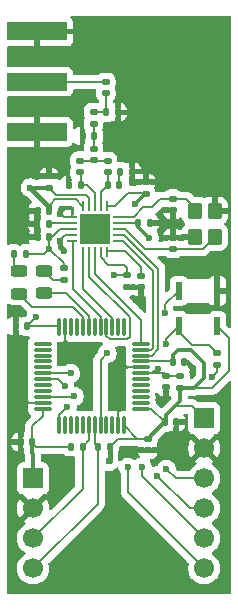
<source format=gbr>
%TF.GenerationSoftware,KiCad,Pcbnew,9.0.6*%
%TF.CreationDate,2026-01-14T21:48:58+07:00*%
%TF.ProjectId,Sensor,53656e73-6f72-42e6-9b69-6361645f7063,rev?*%
%TF.SameCoordinates,Original*%
%TF.FileFunction,Copper,L1,Top*%
%TF.FilePolarity,Positive*%
%FSLAX46Y46*%
G04 Gerber Fmt 4.6, Leading zero omitted, Abs format (unit mm)*
G04 Created by KiCad (PCBNEW 9.0.6) date 2026-01-14 21:48:58*
%MOMM*%
%LPD*%
G01*
G04 APERTURE LIST*
G04 Aperture macros list*
%AMRoundRect*
0 Rectangle with rounded corners*
0 $1 Rounding radius*
0 $2 $3 $4 $5 $6 $7 $8 $9 X,Y pos of 4 corners*
0 Add a 4 corners polygon primitive as box body*
4,1,4,$2,$3,$4,$5,$6,$7,$8,$9,$2,$3,0*
0 Add four circle primitives for the rounded corners*
1,1,$1+$1,$2,$3*
1,1,$1+$1,$4,$5*
1,1,$1+$1,$6,$7*
1,1,$1+$1,$8,$9*
0 Add four rect primitives between the rounded corners*
20,1,$1+$1,$2,$3,$4,$5,0*
20,1,$1+$1,$4,$5,$6,$7,0*
20,1,$1+$1,$6,$7,$8,$9,0*
20,1,$1+$1,$8,$9,$2,$3,0*%
G04 Aperture macros list end*
%TA.AperFunction,SMDPad,CuDef*%
%ADD10R,5.080000X1.500000*%
%TD*%
%TA.AperFunction,SMDPad,CuDef*%
%ADD11RoundRect,0.140000X-0.170000X0.140000X-0.170000X-0.140000X0.170000X-0.140000X0.170000X0.140000X0*%
%TD*%
%TA.AperFunction,SMDPad,CuDef*%
%ADD12RoundRect,0.140000X-0.140000X-0.170000X0.140000X-0.170000X0.140000X0.170000X-0.140000X0.170000X0*%
%TD*%
%TA.AperFunction,SMDPad,CuDef*%
%ADD13RoundRect,0.135000X-0.135000X-0.185000X0.135000X-0.185000X0.135000X0.185000X-0.135000X0.185000X0*%
%TD*%
%TA.AperFunction,SMDPad,CuDef*%
%ADD14RoundRect,0.140000X0.140000X0.170000X-0.140000X0.170000X-0.140000X-0.170000X0.140000X-0.170000X0*%
%TD*%
%TA.AperFunction,SMDPad,CuDef*%
%ADD15RoundRect,0.135000X0.135000X0.185000X-0.135000X0.185000X-0.135000X-0.185000X0.135000X-0.185000X0*%
%TD*%
%TA.AperFunction,SMDPad,CuDef*%
%ADD16RoundRect,0.135000X-0.185000X0.135000X-0.185000X-0.135000X0.185000X-0.135000X0.185000X0.135000X0*%
%TD*%
%TA.AperFunction,SMDPad,CuDef*%
%ADD17RoundRect,0.147500X-0.147500X-0.172500X0.147500X-0.172500X0.147500X0.172500X-0.147500X0.172500X0*%
%TD*%
%TA.AperFunction,SMDPad,CuDef*%
%ADD18R,0.550000X1.500000*%
%TD*%
%TA.AperFunction,ComponentPad*%
%ADD19R,1.700000X1.700000*%
%TD*%
%TA.AperFunction,ComponentPad*%
%ADD20C,1.700000*%
%TD*%
%TA.AperFunction,SMDPad,CuDef*%
%ADD21RoundRect,0.062500X0.062500X-0.350000X0.062500X0.350000X-0.062500X0.350000X-0.062500X-0.350000X0*%
%TD*%
%TA.AperFunction,SMDPad,CuDef*%
%ADD22RoundRect,0.062500X0.350000X-0.062500X0.350000X0.062500X-0.350000X0.062500X-0.350000X-0.062500X0*%
%TD*%
%TA.AperFunction,HeatsinkPad*%
%ADD23C,0.500000*%
%TD*%
%TA.AperFunction,HeatsinkPad*%
%ADD24R,2.500000X2.500000*%
%TD*%
%TA.AperFunction,SMDPad,CuDef*%
%ADD25RoundRect,0.250000X-0.350000X0.450000X-0.350000X-0.450000X0.350000X-0.450000X0.350000X0.450000X0*%
%TD*%
%TA.AperFunction,SMDPad,CuDef*%
%ADD26RoundRect,0.147500X0.172500X-0.147500X0.172500X0.147500X-0.172500X0.147500X-0.172500X-0.147500X0*%
%TD*%
%TA.AperFunction,SMDPad,CuDef*%
%ADD27RoundRect,0.135000X0.185000X-0.135000X0.185000X0.135000X-0.185000X0.135000X-0.185000X-0.135000X0*%
%TD*%
%TA.AperFunction,SMDPad,CuDef*%
%ADD28RoundRect,0.140000X0.170000X-0.140000X0.170000X0.140000X-0.170000X0.140000X-0.170000X-0.140000X0*%
%TD*%
%TA.AperFunction,SMDPad,CuDef*%
%ADD29RoundRect,0.075000X0.662500X0.075000X-0.662500X0.075000X-0.662500X-0.075000X0.662500X-0.075000X0*%
%TD*%
%TA.AperFunction,SMDPad,CuDef*%
%ADD30RoundRect,0.075000X0.075000X0.662500X-0.075000X0.662500X-0.075000X-0.662500X0.075000X-0.662500X0*%
%TD*%
%TA.AperFunction,SMDPad,CuDef*%
%ADD31RoundRect,0.243750X0.456250X-0.243750X0.456250X0.243750X-0.456250X0.243750X-0.456250X-0.243750X0*%
%TD*%
%TA.AperFunction,ViaPad*%
%ADD32C,0.600000*%
%TD*%
%TA.AperFunction,Conductor*%
%ADD33C,0.200000*%
%TD*%
%TA.AperFunction,Conductor*%
%ADD34C,0.400000*%
%TD*%
%TA.AperFunction,Conductor*%
%ADD35C,0.300000*%
%TD*%
G04 APERTURE END LIST*
D10*
%TO.P,J31,1,In*%
%TO.N,Net-(J31-In)*%
X103062500Y-106100000D03*
%TO.P,J31,2,Ext*%
%TO.N,GND*%
X103062500Y-110350000D03*
X103062500Y-101850000D03*
%TD*%
D11*
%TO.P,C41,1*%
%TO.N,Net-(C41-Pad1)*%
X109040000Y-112805000D03*
%TO.P,C41,2*%
%TO.N,/RF_P*%
X109040000Y-113765000D03*
%TD*%
D12*
%TO.P,C34,1*%
%TO.N,GND*%
X103130000Y-117050000D03*
%TO.P,C34,2*%
%TO.N,VCC*%
X104090000Y-117050000D03*
%TD*%
%TO.P,C32,1*%
%TO.N,GND*%
X103140000Y-119250000D03*
%TO.P,C32,2*%
%TO.N,VCC*%
X104100000Y-119250000D03*
%TD*%
D13*
%TO.P,R22,1*%
%TO.N,/SDA*%
X108190000Y-137000000D03*
%TO.P,R22,2*%
%TO.N,VCC*%
X109210000Y-137000000D03*
%TD*%
D14*
%TO.P,C31,1*%
%TO.N,GND*%
X112580000Y-118100000D03*
%TO.P,C31,2*%
%TO.N,VCC*%
X111620000Y-118100000D03*
%TD*%
D15*
%TO.P,R21,1*%
%TO.N,/SCL*%
X106910000Y-137000000D03*
%TO.P,R21,2*%
%TO.N,VCC*%
X105890000Y-137000000D03*
%TD*%
D16*
%TO.P,R52,1*%
%TO.N,/SW_BOOT*%
X118300000Y-129090000D03*
%TO.P,R52,2*%
%TO.N,GND*%
X118300000Y-130110000D03*
%TD*%
D17*
%TO.P,L34,1,1*%
%TO.N,/RF_P*%
X109040000Y-114855000D03*
%TO.P,L34,2,2*%
%TO.N,Net-(C43-Pad1)*%
X110010000Y-114855000D03*
%TD*%
D15*
%TO.P,R31,1*%
%TO.N,Net-(U31-RBIAS)*%
X104110000Y-118150000D03*
%TO.P,R31,2*%
%TO.N,GND*%
X103090000Y-118150000D03*
%TD*%
D18*
%TO.P,S51,1*%
%TO.N,VCC*%
X118300000Y-126800000D03*
%TO.P,S51,2*%
%TO.N,/SW_BOOT*%
X115050000Y-126800000D03*
%TD*%
%TO.P,S52,1*%
%TO.N,GND*%
X118300000Y-123800000D03*
%TO.P,S52,2*%
%TO.N,/SW_RESET*%
X115050000Y-123800000D03*
%TD*%
D19*
%TO.P,J53,1,Pin_1*%
%TO.N,VCC*%
X117200000Y-134600000D03*
D20*
%TO.P,J53,2,Pin_2*%
%TO.N,GND*%
X117200000Y-137140000D03*
%TO.P,J53,3,Pin_3*%
%TO.N,/TX*%
X117200000Y-139680000D03*
%TO.P,J53,4,Pin_4*%
%TO.N,/RX*%
X117200000Y-142220000D03*
%TO.P,J53,5,Pin_5*%
%TO.N,/SWDIO*%
X117200000Y-144760000D03*
%TO.P,J53,6,Pin_6*%
%TO.N,/SWCLK*%
X117200000Y-147300000D03*
%TD*%
D21*
%TO.P,U31,1,SCLK*%
%TO.N,/SCLK*%
X106960000Y-120492500D03*
%TO.P,U31,2,SO(GDO1)*%
%TO.N,/MISO*%
X107460000Y-120492500D03*
%TO.P,U31,3,GDO2*%
%TO.N,/GDO2*%
X107960000Y-120492500D03*
%TO.P,U31,4,DVDD*%
%TO.N,VCC*%
X108460000Y-120492500D03*
%TO.P,U31,5,DCOUPL*%
%TO.N,Net-(U31-DCOUPL)*%
X108960000Y-120492500D03*
D22*
%TO.P,U31,6,GDO(ATEST)*%
%TO.N,/GDO0*%
X109897500Y-119555000D03*
%TO.P,U31,7,CSN*%
%TO.N,/CSN*%
X109897500Y-119055000D03*
%TO.P,U31,8,XOSC_Q1*%
%TO.N,Net-(U31-XOSC_Q1)*%
X109897500Y-118555000D03*
%TO.P,U31,9,AVDD_9*%
%TO.N,VCC*%
X109897500Y-118055000D03*
%TO.P,U31,10,XOSC_Q2*%
%TO.N,Net-(U31-XOSC_Q2)*%
X109897500Y-117555000D03*
D21*
%TO.P,U31,11,AVDD_11*%
%TO.N,VCC*%
X108960000Y-116617500D03*
%TO.P,U31,12,RF_P*%
%TO.N,/RF_P*%
X108460000Y-116617500D03*
%TO.P,U31,13,RF_N*%
%TO.N,/RF_N*%
X107960000Y-116617500D03*
%TO.P,U31,14,AVDD_14*%
%TO.N,VCC*%
X107460000Y-116617500D03*
%TO.P,U31,15,AVDD_15*%
X106960000Y-116617500D03*
D22*
%TO.P,U31,16,GND_16*%
%TO.N,GND*%
X106022500Y-117555000D03*
%TO.P,U31,17,RBIAS*%
%TO.N,Net-(U31-RBIAS)*%
X106022500Y-118055000D03*
%TO.P,U31,18,DGUARD*%
%TO.N,VCC*%
X106022500Y-118555000D03*
%TO.P,U31,19,GND_19*%
%TO.N,GND*%
X106022500Y-119055000D03*
%TO.P,U31,20,SI*%
%TO.N,/MOSI*%
X106022500Y-119555000D03*
D23*
%TO.P,U31,21,EXP*%
%TO.N,GND*%
X106960000Y-119555000D03*
X108960000Y-119555000D03*
D24*
X107960000Y-118555000D03*
D23*
X106960000Y-117555000D03*
X108960000Y-117555000D03*
%TD*%
D12*
%TO.P,C24,1*%
%TO.N,VCC*%
X114525662Y-129817500D03*
%TO.P,C24,2*%
%TO.N,GND*%
X115485662Y-129817500D03*
%TD*%
D25*
%TO.P,Y31,1,1*%
%TO.N,Net-(U31-XOSC_Q2)*%
X116400000Y-117030000D03*
%TO.P,Y31,2,2*%
%TO.N,GND*%
X116400000Y-119230000D03*
%TO.P,Y31,3,3*%
%TO.N,Net-(U31-XOSC_Q1)*%
X118100000Y-119230000D03*
%TO.P,Y31,4,4*%
%TO.N,GND*%
X118100000Y-117030000D03*
%TD*%
D26*
%TO.P,L32,1,1*%
%TO.N,Net-(C41-Pad1)*%
X107840000Y-112740000D03*
%TO.P,L32,2,2*%
%TO.N,Net-(C39-Pad2)*%
X107840000Y-111770000D03*
%TD*%
D11*
%TO.P,C38,1*%
%TO.N,Net-(J31-In)*%
X108890000Y-106120000D03*
%TO.P,C38,2*%
%TO.N,Net-(C38-Pad2)*%
X108890000Y-107080000D03*
%TD*%
D19*
%TO.P,J52,1,Pin_1*%
%TO.N,VCC*%
X102715000Y-139690000D03*
D20*
%TO.P,J52,2,Pin_2*%
%TO.N,GND*%
X102715000Y-142230000D03*
%TO.P,J52,3,Pin_3*%
%TO.N,/SCL*%
X102715000Y-144770000D03*
%TO.P,J52,4,Pin_4*%
%TO.N,/SDA*%
X102715000Y-147310000D03*
%TD*%
D27*
%TO.P,R61,1*%
%TO.N,Net-(D61-A)*%
X105300000Y-122860000D03*
%TO.P,R61,2*%
%TO.N,VCC*%
X105300000Y-121840000D03*
%TD*%
D28*
%TO.P,C45,1*%
%TO.N,GND*%
X114550000Y-116960000D03*
%TO.P,C45,2*%
%TO.N,Net-(U31-XOSC_Q2)*%
X114550000Y-116000000D03*
%TD*%
%TO.P,C35,1*%
%TO.N,GND*%
X110650000Y-123460000D03*
%TO.P,C35,2*%
%TO.N,VCC*%
X110650000Y-122500000D03*
%TD*%
D13*
%TO.P,R62,1*%
%TO.N,Net-(D62-A)*%
X101090000Y-120700000D03*
%TO.P,R62,2*%
%TO.N,VCC*%
X102110000Y-120700000D03*
%TD*%
D14*
%TO.P,C22,1*%
%TO.N,VCC*%
X102230000Y-126800000D03*
%TO.P,C22,2*%
%TO.N,GND*%
X101270000Y-126800000D03*
%TD*%
D26*
%TO.P,L31,1,1*%
%TO.N,/RF_N*%
X106690000Y-113775000D03*
%TO.P,L31,2,2*%
%TO.N,Net-(C41-Pad1)*%
X106690000Y-112805000D03*
%TD*%
D29*
%TO.P,U21,1,VDD*%
%TO.N,VCC*%
X111848162Y-133787500D03*
%TO.P,U21,2,PC13*%
%TO.N,unconnected-(U21-PC13-Pad2)*%
X111848162Y-133287500D03*
%TO.P,U21,3,PC14*%
%TO.N,unconnected-(U21-PC14-Pad3)*%
X111848162Y-132787500D03*
%TO.P,U21,4,PC15*%
%TO.N,unconnected-(U21-PC15-Pad4)*%
X111848162Y-132287500D03*
%TO.P,U21,5,PH0*%
%TO.N,unconnected-(U21-PH0-Pad5)*%
X111848162Y-131787500D03*
%TO.P,U21,6,PH1*%
%TO.N,unconnected-(U21-PH1-Pad6)*%
X111848162Y-131287500D03*
%TO.P,U21,7,NRST*%
%TO.N,/SW_RESET*%
X111848162Y-130787500D03*
%TO.P,U21,8,VSSA*%
%TO.N,GND*%
X111848162Y-130287500D03*
%TO.P,U21,9,VDDA*%
%TO.N,VCC*%
X111848162Y-129787500D03*
%TO.P,U21,10,PA0*%
%TO.N,/CSN*%
X111848162Y-129287500D03*
%TO.P,U21,11,PA1*%
%TO.N,/GDO0*%
X111848162Y-128787500D03*
%TO.P,U21,12,PA2*%
%TO.N,/GDO2*%
X111848162Y-128287500D03*
D30*
%TO.P,U21,13,PA3*%
%TO.N,unconnected-(U21-PA3-Pad13)*%
X110435662Y-126875000D03*
%TO.P,U21,14,PA4*%
%TO.N,unconnected-(U21-PA4-Pad14)*%
X109935662Y-126875000D03*
%TO.P,U21,15,PA5*%
%TO.N,/SCLK*%
X109435662Y-126875000D03*
%TO.P,U21,16,PA6*%
%TO.N,/MISO*%
X108935662Y-126875000D03*
%TO.P,U21,17,PA7*%
%TO.N,/MOSI*%
X108435662Y-126875000D03*
%TO.P,U21,18,PB0*%
%TO.N,unconnected-(U21-PB0-Pad18)*%
X107935662Y-126875000D03*
%TO.P,U21,19,PB1*%
%TO.N,/LED_RED*%
X107435662Y-126875000D03*
%TO.P,U21,20,PB2*%
%TO.N,/LED_GREEN*%
X106935662Y-126875000D03*
%TO.P,U21,21,PB10*%
%TO.N,unconnected-(U21-PB10-Pad21)*%
X106435662Y-126875000D03*
%TO.P,U21,22,PB11*%
%TO.N,unconnected-(U21-PB11-Pad22)*%
X105935662Y-126875000D03*
%TO.P,U21,23,VSS*%
%TO.N,GND*%
X105435662Y-126875000D03*
%TO.P,U21,24,VDD*%
%TO.N,VCC*%
X104935662Y-126875000D03*
D29*
%TO.P,U21,25,PB12*%
%TO.N,unconnected-(U21-PB12-Pad25)*%
X103523162Y-128287500D03*
%TO.P,U21,26,PB13*%
%TO.N,unconnected-(U21-PB13-Pad26)*%
X103523162Y-128787500D03*
%TO.P,U21,27,PB14*%
%TO.N,unconnected-(U21-PB14-Pad27)*%
X103523162Y-129287500D03*
%TO.P,U21,28,PB15*%
%TO.N,unconnected-(U21-PB15-Pad28)*%
X103523162Y-129787500D03*
%TO.P,U21,29,PA8*%
%TO.N,unconnected-(U21-PA8-Pad29)*%
X103523162Y-130287500D03*
%TO.P,U21,30,PA9*%
%TO.N,/TX*%
X103523162Y-130787500D03*
%TO.P,U21,31,PA10*%
%TO.N,/RX*%
X103523162Y-131287500D03*
%TO.P,U21,32,PA11*%
%TO.N,unconnected-(U21-PA11-Pad32)*%
X103523162Y-131787500D03*
%TO.P,U21,33,PA12*%
%TO.N,unconnected-(U21-PA12-Pad33)*%
X103523162Y-132287500D03*
%TO.P,U21,34,PA13*%
%TO.N,/SWDIO*%
X103523162Y-132787500D03*
%TO.P,U21,35,VSS*%
%TO.N,GND*%
X103523162Y-133287500D03*
%TO.P,U21,36,VDDIO2*%
%TO.N,VCC*%
X103523162Y-133787500D03*
D30*
%TO.P,U21,37,PA14*%
%TO.N,/SWCLK*%
X104935662Y-135200000D03*
%TO.P,U21,38,PA15*%
%TO.N,unconnected-(U21-PA15-Pad38)*%
X105435662Y-135200000D03*
%TO.P,U21,39,PB3*%
%TO.N,unconnected-(U21-PB3-Pad39)*%
X105935662Y-135200000D03*
%TO.P,U21,40,PB4*%
%TO.N,unconnected-(U21-PB4-Pad40)*%
X106435662Y-135200000D03*
%TO.P,U21,41,PB5*%
%TO.N,unconnected-(U21-PB5-Pad41)*%
X106935662Y-135200000D03*
%TO.P,U21,42,PB6*%
%TO.N,/SCL*%
X107435662Y-135200000D03*
%TO.P,U21,43,PB7*%
%TO.N,/SDA*%
X107935662Y-135200000D03*
%TO.P,U21,44,BOOT0*%
%TO.N,/SW_BOOT*%
X108435662Y-135200000D03*
%TO.P,U21,45,PB8*%
%TO.N,unconnected-(U21-PB8-Pad45)*%
X108935662Y-135200000D03*
%TO.P,U21,46,PB9*%
%TO.N,unconnected-(U21-PB9-Pad46)*%
X109435662Y-135200000D03*
%TO.P,U21,47,VSS*%
%TO.N,GND*%
X109935662Y-135200000D03*
%TO.P,U21,48,VDD*%
%TO.N,VCC*%
X110435662Y-135200000D03*
%TD*%
D28*
%TO.P,C42,1*%
%TO.N,GND*%
X111850000Y-123510000D03*
%TO.P,C42,2*%
%TO.N,Net-(U31-DCOUPL)*%
X111850000Y-122550000D03*
%TD*%
D31*
%TO.P,D61,1,K*%
%TO.N,/LED_RED*%
X103650000Y-124000000D03*
%TO.P,D61,2,A*%
%TO.N,Net-(D61-A)*%
X103650000Y-122125000D03*
%TD*%
%TO.P,D62,1,K*%
%TO.N,/LED_GREEN*%
X101540000Y-124037500D03*
%TO.P,D62,2,A*%
%TO.N,Net-(D62-A)*%
X101540000Y-122162500D03*
%TD*%
D11*
%TO.P,C33,1*%
%TO.N,GND*%
X104050000Y-114120000D03*
%TO.P,C33,2*%
%TO.N,VCC*%
X104050000Y-115080000D03*
%TD*%
D12*
%TO.P,C25,1*%
%TO.N,VCC*%
X113850000Y-134950000D03*
%TO.P,C25,2*%
%TO.N,GND*%
X114810000Y-134950000D03*
%TD*%
D11*
%TO.P,C36,1*%
%TO.N,GND*%
X112250000Y-114620000D03*
%TO.P,C36,2*%
%TO.N,VCC*%
X112250000Y-115580000D03*
%TD*%
D12*
%TO.P,C43,1*%
%TO.N,Net-(C43-Pad1)*%
X110110000Y-113705000D03*
%TO.P,C43,2*%
%TO.N,GND*%
X111070000Y-113705000D03*
%TD*%
D11*
%TO.P,C44,1*%
%TO.N,GND*%
X114550000Y-119300000D03*
%TO.P,C44,2*%
%TO.N,Net-(U31-XOSC_Q1)*%
X114550000Y-120260000D03*
%TD*%
D26*
%TO.P,L33,1,1*%
%TO.N,Net-(C39-Pad2)*%
X107840000Y-109655000D03*
%TO.P,L33,2,2*%
%TO.N,Net-(C38-Pad2)*%
X107840000Y-108685000D03*
%TD*%
D14*
%TO.P,C23,1*%
%TO.N,VCC*%
X102630000Y-136625000D03*
%TO.P,C23,2*%
%TO.N,GND*%
X101670000Y-136625000D03*
%TD*%
%TO.P,C40,1*%
%TO.N,GND*%
X109890000Y-108705000D03*
%TO.P,C40,2*%
%TO.N,Net-(C38-Pad2)*%
X108930000Y-108705000D03*
%TD*%
D12*
%TO.P,C37,1*%
%TO.N,GND*%
X105780000Y-114855000D03*
%TO.P,C37,2*%
%TO.N,/RF_N*%
X106740000Y-114855000D03*
%TD*%
D11*
%TO.P,C21,1*%
%TO.N,VCC*%
X112450000Y-136320000D03*
%TO.P,C21,2*%
%TO.N,GND*%
X112450000Y-137280000D03*
%TD*%
D12*
%TO.P,C39,1*%
%TO.N,GND*%
X106910000Y-110705000D03*
%TO.P,C39,2*%
%TO.N,Net-(C39-Pad2)*%
X107870000Y-110705000D03*
%TD*%
D27*
%TO.P,R51,1*%
%TO.N,VCC*%
X115175000Y-132020000D03*
%TO.P,R51,2*%
%TO.N,/SW_RESET*%
X115175000Y-131000000D03*
%TD*%
D11*
%TO.P,C51,1*%
%TO.N,/SW_RESET*%
X114000000Y-131020000D03*
%TO.P,C51,2*%
%TO.N,GND*%
X114000000Y-131980000D03*
%TD*%
D32*
%TO.N,GND*%
X114850000Y-137500000D03*
X114250000Y-136700000D03*
X112200000Y-148500000D03*
X112200000Y-145950000D03*
X107900000Y-148350000D03*
X108200000Y-146000000D03*
X113950000Y-103900000D03*
X111350000Y-106300000D03*
X117550000Y-105800000D03*
X118400000Y-114900000D03*
X116900000Y-113750000D03*
X114300000Y-113650000D03*
X107250000Y-130050000D03*
X105700000Y-129250000D03*
X101600000Y-129150000D03*
X101400000Y-131150000D03*
X110100000Y-148450000D03*
X109950000Y-143500000D03*
X110150000Y-146050000D03*
X114200000Y-147750000D03*
X114250000Y-146450000D03*
%TO.N,/SWCLK*%
X105600000Y-133650000D03*
X110750000Y-138750000D03*
%TO.N,/SWDIO*%
X106200000Y-132750000D03*
X111950000Y-138700000D03*
%TO.N,/RX*%
X105400000Y-131850000D03*
X113250000Y-139450000D03*
%TO.N,/TX*%
X105900000Y-130800000D03*
X114000000Y-138900000D03*
%TO.N,/SW_BOOT*%
X114000000Y-128300000D03*
X109000000Y-129100000D03*
%TO.N,GND*%
X116300000Y-130400000D03*
X108600000Y-103700000D03*
X105000000Y-119600000D03*
X113400000Y-111800000D03*
X115200000Y-106700000D03*
X112600000Y-102700000D03*
X117300000Y-103400000D03*
X105000000Y-117300000D03*
X117900000Y-131100000D03*
X115900000Y-104400000D03*
X102850000Y-113150000D03*
X110700000Y-102500000D03*
X117100000Y-112000000D03*
X105200000Y-112600000D03*
X112300000Y-108300000D03*
X101300000Y-133100000D03*
X117400000Y-109900000D03*
X109800000Y-130600000D03*
X102250000Y-118100000D03*
X109800000Y-132900000D03*
X113500000Y-118100000D03*
X111450000Y-124600000D03*
X111500000Y-111800000D03*
X116900000Y-108200000D03*
X113600000Y-106600000D03*
X111500000Y-110100000D03*
X105250000Y-113700000D03*
X114800000Y-102200000D03*
X115350000Y-121850000D03*
X102000000Y-112600000D03*
X113100000Y-110100000D03*
X115600000Y-111900000D03*
X109800000Y-131800000D03*
X105300000Y-120400000D03*
X103800000Y-112600000D03*
X111950000Y-125050000D03*
X102250000Y-119200000D03*
X114550000Y-118230000D03*
X115600000Y-110100000D03*
X102250000Y-117100000D03*
X112200000Y-104800000D03*
X113900000Y-108200000D03*
X113600000Y-133300000D03*
X107300000Y-129200000D03*
X118200057Y-121712004D03*
X116700000Y-121800000D03*
X102000000Y-113900000D03*
%TO.N,/SW_RESET*%
X113300000Y-130387500D03*
X113900000Y-125700000D03*
%TO.N,VCC*%
X112550000Y-119350000D03*
X109150000Y-138250000D03*
X102950000Y-126050000D03*
X109600000Y-122500000D03*
X111350000Y-116450000D03*
X104100000Y-120250000D03*
X102500000Y-115080000D03*
%TD*%
D33*
%TO.N,/SWCLK*%
X105600000Y-133650000D02*
X104935662Y-134314338D01*
X104935662Y-134314338D02*
X104935662Y-135200000D01*
X110750000Y-140850000D02*
X110750000Y-138750000D01*
X117200000Y-147300000D02*
X110750000Y-140850000D01*
%TO.N,/SWDIO*%
X106062500Y-132787500D02*
X103523162Y-132787500D01*
X106100000Y-132750000D02*
X106062500Y-132787500D01*
X106200000Y-132750000D02*
X106100000Y-132750000D01*
X111950000Y-139510000D02*
X111950000Y-138700000D01*
X117200000Y-144760000D02*
X111950000Y-139510000D01*
%TO.N,/RX*%
X104837500Y-131287500D02*
X105400000Y-131850000D01*
X103523162Y-131287500D02*
X104837500Y-131287500D01*
X116020000Y-142220000D02*
X113250000Y-139450000D01*
X117200000Y-142220000D02*
X116020000Y-142220000D01*
%TO.N,/TX*%
X105887500Y-130787500D02*
X105900000Y-130800000D01*
X103523162Y-130787500D02*
X105887500Y-130787500D01*
X114780000Y-139680000D02*
X114000000Y-138900000D01*
X117200000Y-139680000D02*
X114780000Y-139680000D01*
%TO.N,Net-(J31-In)*%
X108890000Y-106120000D02*
X102782500Y-106120000D01*
X102782500Y-106120000D02*
X102762500Y-106100000D01*
%TO.N,Net-(C38-Pad2)*%
X108890000Y-108665000D02*
X108930000Y-108705000D01*
X108910000Y-108685000D02*
X108930000Y-108705000D01*
X107840000Y-108685000D02*
X108910000Y-108685000D01*
X108890000Y-107080000D02*
X108890000Y-108665000D01*
%TO.N,/SW_BOOT*%
X114000000Y-127850000D02*
X114000000Y-128300000D01*
X116181164Y-128399000D02*
X117609000Y-128399000D01*
X115050000Y-126800000D02*
X114000000Y-127850000D01*
X117609000Y-128399000D02*
X118300000Y-129090000D01*
X108435662Y-135200000D02*
X108435662Y-129664338D01*
X115050000Y-126800000D02*
X115050000Y-127267836D01*
X115050000Y-127267836D02*
X116181164Y-128399000D01*
X108435662Y-129664338D02*
X109000000Y-129100000D01*
%TO.N,GND*%
X105780000Y-114230000D02*
X105250000Y-113700000D01*
X105435662Y-127935662D02*
X106700000Y-129200000D01*
X118300000Y-130700000D02*
X117900000Y-131100000D01*
X109935662Y-133035662D02*
X109800000Y-132900000D01*
X111848162Y-130287500D02*
X110112500Y-130287500D01*
X112580000Y-118100000D02*
X113500000Y-118100000D01*
X105305000Y-117555000D02*
X105000000Y-117250000D01*
X105780000Y-114855000D02*
X105780000Y-114230000D01*
D34*
X105000000Y-119600000D02*
X105000000Y-120100000D01*
X115485662Y-129817500D02*
X115717500Y-129817500D01*
D33*
X103523162Y-133287500D02*
X101387500Y-133287500D01*
X109935662Y-135200000D02*
X109935662Y-133035662D01*
X114550000Y-119300000D02*
X114550000Y-118230000D01*
D34*
X105000000Y-120100000D02*
X105300000Y-120400000D01*
D33*
X106700000Y-129200000D02*
X107300000Y-129200000D01*
X105445000Y-119055000D02*
X105100000Y-119400000D01*
D34*
X115717500Y-129817500D02*
X116300000Y-130400000D01*
D33*
X105435662Y-126875000D02*
X105435662Y-127935662D01*
X101387500Y-133287500D02*
X101300000Y-133200000D01*
X106022500Y-117555000D02*
X105305000Y-117555000D01*
X114550000Y-116960000D02*
X114550000Y-118230000D01*
X106022500Y-119055000D02*
X105445000Y-119055000D01*
X118300000Y-130110000D02*
X118300000Y-130700000D01*
X110112500Y-130287500D02*
X109800000Y-130600000D01*
%TO.N,/SW_RESET*%
X114020000Y-131000000D02*
X114000000Y-131020000D01*
X114000000Y-131020000D02*
X113767500Y-130787500D01*
X115050000Y-123800000D02*
X113900000Y-124950000D01*
X111848162Y-130787500D02*
X112812500Y-130787500D01*
X113300000Y-130300000D02*
X113300000Y-130387500D01*
X113900000Y-124950000D02*
X113900000Y-125700000D01*
X115175000Y-131000000D02*
X114020000Y-131000000D01*
X113767500Y-130787500D02*
X111848162Y-130787500D01*
X112812500Y-130787500D02*
X113300000Y-130300000D01*
%TO.N,Net-(C39-Pad2)*%
X107870000Y-110705000D02*
X107870000Y-109685000D01*
X107840000Y-110735000D02*
X107870000Y-110705000D01*
X107870000Y-109685000D02*
X107840000Y-109655000D01*
X107840000Y-111770000D02*
X107840000Y-110735000D01*
%TO.N,Net-(C41-Pad1)*%
X109040000Y-112805000D02*
X107905000Y-112805000D01*
X107905000Y-112805000D02*
X107840000Y-112740000D01*
X107775000Y-112805000D02*
X107840000Y-112740000D01*
X106690000Y-112805000D02*
X107775000Y-112805000D01*
%TO.N,Net-(U31-DCOUPL)*%
X108960000Y-120425000D02*
X110525000Y-120425000D01*
X110525000Y-120425000D02*
X111850000Y-121750000D01*
X111850000Y-121750000D02*
X111850000Y-122550000D01*
%TO.N,Net-(C43-Pad1)*%
X110010000Y-114855000D02*
X110010000Y-113805000D01*
X110010000Y-113805000D02*
X110110000Y-113705000D01*
%TO.N,/CSN*%
X110417099Y-119055000D02*
X113300000Y-121937901D01*
X113300000Y-121937901D02*
X113300000Y-128767100D01*
X113300000Y-128767100D02*
X112779600Y-129287500D01*
X112779600Y-129287500D02*
X111848162Y-129287500D01*
X109830000Y-119055000D02*
X110417099Y-119055000D01*
%TO.N,/RF_N*%
X107960000Y-116685000D02*
X107960000Y-115525000D01*
X106740000Y-114855000D02*
X106740000Y-113825000D01*
X106740000Y-113825000D02*
X106690000Y-113775000D01*
X106740000Y-114855000D02*
X107290000Y-114855000D01*
X107290000Y-114855000D02*
X107960000Y-115525000D01*
%TO.N,Net-(U31-XOSC_Q1)*%
X110521225Y-118555000D02*
X112226225Y-120260000D01*
X109830000Y-118555000D02*
X110521225Y-118555000D01*
X117070000Y-120260000D02*
X118100000Y-119230000D01*
X114550000Y-120260000D02*
X117070000Y-120260000D01*
X112226225Y-120260000D02*
X114550000Y-120260000D01*
%TO.N,/RF_P*%
X108460000Y-116685000D02*
X108460000Y-115435000D01*
X109040000Y-114855000D02*
X109040000Y-113765000D01*
X108460000Y-115435000D02*
X109040000Y-114855000D01*
%TO.N,Net-(U31-XOSC_Q2)*%
X112050000Y-116750000D02*
X111245000Y-117555000D01*
X111245000Y-117555000D02*
X109830000Y-117555000D01*
X114550000Y-116000000D02*
X113500000Y-116000000D01*
X116400000Y-116750000D02*
X115650000Y-116000000D01*
X112750000Y-116750000D02*
X112050000Y-116750000D01*
X113500000Y-116000000D02*
X112750000Y-116750000D01*
X116400000Y-117030000D02*
X116400000Y-116750000D01*
X115650000Y-116000000D02*
X114550000Y-116000000D01*
%TO.N,VCC*%
X111848162Y-129787500D02*
X114495662Y-129787500D01*
D34*
X109210000Y-137000000D02*
X109210000Y-138190000D01*
D33*
X114705000Y-133595000D02*
X116195000Y-133595000D01*
X107200000Y-115700000D02*
X104670000Y-115700000D01*
X114495662Y-129787500D02*
X114525662Y-129817500D01*
X102110000Y-120700000D02*
X103650000Y-120700000D01*
X108460000Y-120982542D02*
X108460000Y-120425000D01*
X102630000Y-135275000D02*
X102630000Y-136625000D01*
X105890000Y-137000000D02*
X103005000Y-137000000D01*
X110650000Y-121850000D02*
X110400000Y-121600000D01*
X103523162Y-134381838D02*
X102630000Y-135275000D01*
D35*
X113820000Y-134950000D02*
X112450000Y-136320000D01*
D33*
X119300000Y-127800000D02*
X119300000Y-130600000D01*
D35*
X111620000Y-118100000D02*
X111620000Y-118420000D01*
D33*
X105000000Y-118600000D02*
X104350000Y-119250000D01*
D35*
X117200000Y-131200000D02*
X117200000Y-129925000D01*
D33*
X109890000Y-136320000D02*
X109210000Y-137000000D01*
X110400000Y-121600000D02*
X109077458Y-121600000D01*
D35*
X112220000Y-115580000D02*
X111350000Y-116450000D01*
X115175000Y-133125000D02*
X115175000Y-132020000D01*
D33*
X108460000Y-120425000D02*
X108460000Y-120660000D01*
D35*
X113820000Y-134950000D02*
X114000000Y-134770000D01*
D33*
X117880000Y-132020000D02*
X116380000Y-132020000D01*
X112450000Y-136320000D02*
X109890000Y-136320000D01*
X107460000Y-115960000D02*
X107200000Y-115700000D01*
D35*
X102500000Y-115080000D02*
X104050000Y-115080000D01*
D33*
X106325000Y-116050000D02*
X106880000Y-116605000D01*
D35*
X116125000Y-128850000D02*
X114950000Y-128850000D01*
D33*
X111575000Y-118055000D02*
X111620000Y-118100000D01*
D35*
X114000000Y-134770000D02*
X114000000Y-134300000D01*
D33*
X109632500Y-116617500D02*
X110750000Y-115500000D01*
X104860662Y-126800000D02*
X104935662Y-126875000D01*
X112140000Y-115500000D02*
X112220000Y-115580000D01*
D35*
X117200000Y-129925000D02*
X116125000Y-128850000D01*
X111620000Y-118420000D02*
X112550000Y-119350000D01*
D33*
X111555662Y-136320000D02*
X112450000Y-136320000D01*
X110750000Y-115500000D02*
X112140000Y-115500000D01*
X104050000Y-115080000D02*
X104670000Y-115700000D01*
X104100000Y-120250000D02*
X105300000Y-121450000D01*
X103005000Y-137000000D02*
X102630000Y-136625000D01*
X106022500Y-118555000D02*
X105545000Y-118555000D01*
X104200000Y-116450000D02*
X104600000Y-116050000D01*
D35*
X114000000Y-134300000D02*
X115175000Y-133125000D01*
D33*
X104200000Y-116940000D02*
X104200000Y-116450000D01*
X103650000Y-120700000D02*
X104100000Y-120250000D01*
D35*
X116380000Y-132020000D02*
X117200000Y-131200000D01*
D33*
X109210000Y-138190000D02*
X109150000Y-138250000D01*
D35*
X114950000Y-128850000D02*
X114525662Y-129274338D01*
D33*
X114000000Y-134300000D02*
X114705000Y-133595000D01*
D35*
X102630000Y-137505000D02*
X102630000Y-136625000D01*
D33*
X110650000Y-122500000D02*
X109600000Y-122500000D01*
X109077458Y-121600000D02*
X108460000Y-120982542D01*
D35*
X115175000Y-132020000D02*
X116380000Y-132020000D01*
X114525662Y-129274338D02*
X114525662Y-129817500D01*
D33*
X102230000Y-126770000D02*
X102950000Y-126050000D01*
D34*
X104090000Y-117050000D02*
X104090000Y-116670000D01*
D33*
X116195000Y-133595000D02*
X117200000Y-134600000D01*
X104600000Y-116050000D02*
X106325000Y-116050000D01*
X102230000Y-126800000D02*
X104860662Y-126800000D01*
X107460000Y-116685000D02*
X107460000Y-115960000D01*
X104350000Y-119250000D02*
X104100000Y-119250000D01*
D34*
X104090000Y-116670000D02*
X102500000Y-115080000D01*
D33*
X111848162Y-133787500D02*
X112687500Y-133787500D01*
X109830000Y-118055000D02*
X111575000Y-118055000D01*
X104100000Y-119250000D02*
X104100000Y-120250000D01*
X103523162Y-133787500D02*
X103523162Y-134381838D01*
X105545000Y-118555000D02*
X105500000Y-118600000D01*
X112687500Y-133787500D02*
X113850000Y-134950000D01*
D35*
X102630000Y-137505000D02*
X102715000Y-137590000D01*
X102370000Y-115080000D02*
X102500000Y-115080000D01*
D33*
X105300000Y-121450000D02*
X105300000Y-121840000D01*
X113850000Y-134950000D02*
X113820000Y-134950000D01*
X102230000Y-126800000D02*
X102230000Y-126770000D01*
X105500000Y-118600000D02*
X105000000Y-118600000D01*
X110435662Y-135200000D02*
X111555662Y-136320000D01*
X108960000Y-116617500D02*
X109632500Y-116617500D01*
D35*
X102715000Y-137590000D02*
X102715000Y-139690000D01*
D33*
X104090000Y-117050000D02*
X104200000Y-116940000D01*
X112250000Y-115580000D02*
X112220000Y-115580000D01*
X110650000Y-122500000D02*
X110650000Y-121850000D01*
X119300000Y-130600000D02*
X117880000Y-132020000D01*
X118300000Y-126800000D02*
X119300000Y-127800000D01*
%TO.N,Net-(D61-A)*%
X105300000Y-122860000D02*
X104385000Y-122860000D01*
X104385000Y-122860000D02*
X103650000Y-122125000D01*
%TO.N,/SCLK*%
X109435662Y-126103676D02*
X109435662Y-126875000D01*
X106960000Y-120425000D02*
X106960000Y-123628014D01*
X106960000Y-123628014D02*
X109435662Y-126103676D01*
%TO.N,Net-(D62-A)*%
X101090000Y-121712500D02*
X101540000Y-122162500D01*
X101090000Y-120700000D02*
X101090000Y-121712500D01*
%TO.N,/MOSI*%
X108435662Y-126005676D02*
X108435662Y-126875000D01*
X106090000Y-119555000D02*
X106090000Y-123660014D01*
X106090000Y-123660014D02*
X108435662Y-126005676D01*
%TO.N,/MISO*%
X109202838Y-127913500D02*
X108935662Y-127646324D01*
X107460000Y-122628014D02*
X110886662Y-126054676D01*
X107460000Y-120425000D02*
X107460000Y-122628014D01*
X110886662Y-127695324D02*
X110668486Y-127913500D01*
X108935662Y-127646324D02*
X108935662Y-126875000D01*
X110668486Y-127913500D02*
X109202838Y-127913500D01*
X110886662Y-126054676D02*
X110886662Y-127695324D01*
%TO.N,Net-(U31-RBIAS)*%
X104110000Y-118150000D02*
X104205000Y-118055000D01*
X104205000Y-118055000D02*
X106090000Y-118055000D01*
%TO.N,/GDO0*%
X112886662Y-128613338D02*
X112712500Y-128787500D01*
X112886662Y-122091663D02*
X112886662Y-128613338D01*
X112712500Y-128787500D02*
X111848162Y-128787500D01*
X110349999Y-119555000D02*
X112886662Y-122091663D01*
X109830000Y-119555000D02*
X110349999Y-119555000D01*
%TO.N,/GDO2*%
X107960000Y-122362550D02*
X111848162Y-126250712D01*
X111848162Y-126250712D02*
X111848162Y-128287500D01*
X107960000Y-120425000D02*
X107960000Y-122362550D01*
%TO.N,/SCL*%
X106910000Y-137000000D02*
X106910000Y-140575000D01*
X107435662Y-135200000D02*
X107435662Y-136474338D01*
X107435662Y-136474338D02*
X106910000Y-137000000D01*
X106910000Y-140575000D02*
X102715000Y-144770000D01*
%TO.N,/LED_RED*%
X103650000Y-124000000D02*
X105497086Y-124000000D01*
X107435662Y-125938576D02*
X107435662Y-126875000D01*
X105497086Y-124000000D02*
X107435662Y-125938576D01*
%TO.N,/LED_GREEN*%
X102652500Y-125150000D02*
X106079986Y-125150000D01*
X101540000Y-124037500D02*
X102652500Y-125150000D01*
X106079986Y-125150000D02*
X106935662Y-126005676D01*
X106935662Y-126005676D02*
X106935662Y-126875000D01*
%TO.N,/SDA*%
X107935662Y-135200000D02*
X107935662Y-136745662D01*
X107935662Y-136745662D02*
X108190000Y-137000000D01*
X108190000Y-141835000D02*
X102715000Y-147310000D01*
X108190000Y-137000000D02*
X108190000Y-141835000D01*
%TD*%
%TA.AperFunction,Conductor*%
%TO.N,GND*%
G36*
X100689597Y-124912573D02*
G01*
X100767066Y-124960357D01*
X100767069Y-124960358D01*
X100767075Y-124960362D01*
X100932225Y-125015087D01*
X101034152Y-125025500D01*
X101627402Y-125025500D01*
X101694441Y-125045185D01*
X101715083Y-125061819D01*
X102206469Y-125553205D01*
X102213964Y-125566932D01*
X102225415Y-125577588D01*
X102230366Y-125596970D01*
X102239954Y-125614528D01*
X102239070Y-125631038D01*
X102242710Y-125645283D01*
X102236872Y-125672133D01*
X102236451Y-125680018D01*
X102235043Y-125684250D01*
X102180263Y-125816503D01*
X102164195Y-125897278D01*
X102161750Y-125904632D01*
X102146069Y-125927227D01*
X102133319Y-125951603D01*
X102126432Y-125955524D01*
X102121915Y-125962034D01*
X102096507Y-125972564D01*
X102072603Y-125986177D01*
X102060170Y-125987625D01*
X102057371Y-125988786D01*
X102054560Y-125988279D01*
X102044087Y-125989500D01*
X102025302Y-125989500D01*
X101989008Y-125992356D01*
X101989002Y-125992357D01*
X101833609Y-126037504D01*
X101833604Y-126037506D01*
X101812628Y-126049911D01*
X101744903Y-126067092D01*
X101686389Y-126049911D01*
X101666191Y-126037966D01*
X101666190Y-126037965D01*
X101520001Y-125995493D01*
X101520000Y-125995494D01*
X101520000Y-126301645D01*
X101502734Y-126364763D01*
X101497507Y-126373600D01*
X101497504Y-126373608D01*
X101452357Y-126529002D01*
X101452356Y-126529008D01*
X101449500Y-126565302D01*
X101449500Y-127034697D01*
X101452356Y-127070991D01*
X101452357Y-127070997D01*
X101497503Y-127226389D01*
X101497505Y-127226393D01*
X101497506Y-127226395D01*
X101502732Y-127235233D01*
X101520000Y-127298352D01*
X101520000Y-127604503D01*
X101666194Y-127562032D01*
X101686384Y-127550091D01*
X101754108Y-127532906D01*
X101812629Y-127550089D01*
X101833605Y-127562494D01*
X101874587Y-127574400D01*
X101989002Y-127607642D01*
X101989005Y-127607642D01*
X101989007Y-127607643D01*
X102025310Y-127610500D01*
X102025318Y-127610500D01*
X102345745Y-127610500D01*
X102412784Y-127630185D01*
X102458539Y-127682989D01*
X102468483Y-127752147D01*
X102444120Y-127809987D01*
X102357964Y-127922265D01*
X102357962Y-127922269D01*
X102299975Y-128062263D01*
X102299975Y-128062264D01*
X102285162Y-128174772D01*
X102285162Y-128400227D01*
X102301036Y-128520792D01*
X102298061Y-128521183D01*
X102298061Y-128553816D01*
X102301036Y-128554208D01*
X102285162Y-128674772D01*
X102285162Y-128900227D01*
X102296161Y-128983771D01*
X102298232Y-128999500D01*
X102301036Y-129020792D01*
X102298061Y-129021183D01*
X102298061Y-129053816D01*
X102301036Y-129054208D01*
X102285162Y-129174772D01*
X102285162Y-129400227D01*
X102301036Y-129520792D01*
X102298061Y-129521183D01*
X102298061Y-129553816D01*
X102301036Y-129554208D01*
X102299975Y-129562262D01*
X102299975Y-129562264D01*
X102296600Y-129587893D01*
X102285162Y-129674772D01*
X102285162Y-129900227D01*
X102290888Y-129943714D01*
X102298232Y-129999500D01*
X102301036Y-130020792D01*
X102298061Y-130021183D01*
X102298061Y-130053816D01*
X102301036Y-130054208D01*
X102299975Y-130062262D01*
X102299975Y-130062264D01*
X102296667Y-130087392D01*
X102285162Y-130174772D01*
X102285162Y-130400227D01*
X102294665Y-130472402D01*
X102297931Y-130497214D01*
X102301036Y-130520792D01*
X102298061Y-130521183D01*
X102298061Y-130553816D01*
X102301036Y-130554208D01*
X102285162Y-130674772D01*
X102285162Y-130900227D01*
X102301036Y-131020792D01*
X102298061Y-131021183D01*
X102298061Y-131053816D01*
X102301036Y-131054208D01*
X102285162Y-131174772D01*
X102285162Y-131400227D01*
X102289466Y-131432914D01*
X102299534Y-131509390D01*
X102301036Y-131520792D01*
X102298061Y-131521183D01*
X102298061Y-131553816D01*
X102301036Y-131554208D01*
X102299975Y-131562262D01*
X102299975Y-131562264D01*
X102297447Y-131581467D01*
X102285162Y-131674772D01*
X102285162Y-131900227D01*
X102301036Y-132020792D01*
X102298061Y-132021183D01*
X102298061Y-132053816D01*
X102301036Y-132054208D01*
X102285162Y-132174772D01*
X102285162Y-132400227D01*
X102290502Y-132440783D01*
X102298366Y-132500518D01*
X102301036Y-132520792D01*
X102298061Y-132521183D01*
X102298061Y-132553816D01*
X102301036Y-132554208D01*
X102285162Y-132674772D01*
X102285162Y-132900227D01*
X102296126Y-132983501D01*
X102299975Y-133012736D01*
X102357964Y-133152733D01*
X102391397Y-133196303D01*
X102403453Y-133212015D01*
X102428646Y-133277184D01*
X102414607Y-133345629D01*
X102403453Y-133362984D01*
X102383501Y-133388986D01*
X102327075Y-133430189D01*
X102291556Y-133436379D01*
X102290573Y-133437500D01*
X102301466Y-133520229D01*
X102299257Y-133553972D01*
X102301036Y-133554207D01*
X102285162Y-133674772D01*
X102285162Y-133900227D01*
X102299975Y-134012735D01*
X102299975Y-134012736D01*
X102355178Y-134146009D01*
X102357964Y-134152733D01*
X102450211Y-134272951D01*
X102501131Y-134312023D01*
X102526230Y-134331283D01*
X102567432Y-134387711D01*
X102571587Y-134457457D01*
X102538424Y-134517339D01*
X102261286Y-134794478D01*
X102149481Y-134906282D01*
X102149479Y-134906284D01*
X102133124Y-134934613D01*
X102113724Y-134968216D01*
X102070423Y-135043215D01*
X102029499Y-135195943D01*
X102029499Y-135195945D01*
X102029499Y-135364046D01*
X102029500Y-135364059D01*
X102029500Y-135687153D01*
X102009815Y-135754192D01*
X101957011Y-135799947D01*
X101945082Y-135801662D01*
X101920000Y-135820494D01*
X101920000Y-136126645D01*
X101902734Y-136189763D01*
X101897507Y-136198600D01*
X101897504Y-136198608D01*
X101852357Y-136354002D01*
X101852356Y-136354008D01*
X101849500Y-136390302D01*
X101849500Y-136859697D01*
X101852356Y-136895991D01*
X101852357Y-136895997D01*
X101897503Y-137051389D01*
X101897505Y-137051393D01*
X101897506Y-137051395D01*
X101902732Y-137060233D01*
X101920000Y-137123352D01*
X101920000Y-137429504D01*
X101929952Y-137436977D01*
X101948539Y-137461880D01*
X101968697Y-137485518D01*
X101969704Y-137490238D01*
X101971744Y-137492971D01*
X101978373Y-137519460D01*
X101979500Y-137527763D01*
X101979500Y-137569069D01*
X101996408Y-137654069D01*
X101997148Y-137657793D01*
X101997151Y-137657809D01*
X102004497Y-137694736D01*
X102004499Y-137694744D01*
X102055061Y-137816811D01*
X102064500Y-137864264D01*
X102064500Y-138215500D01*
X102044815Y-138282539D01*
X101992011Y-138328294D01*
X101940501Y-138339500D01*
X101817130Y-138339500D01*
X101817123Y-138339501D01*
X101757516Y-138345908D01*
X101622671Y-138396202D01*
X101622664Y-138396206D01*
X101507455Y-138482452D01*
X101507452Y-138482455D01*
X101421206Y-138597664D01*
X101421202Y-138597671D01*
X101370908Y-138732517D01*
X101365928Y-138778842D01*
X101364501Y-138792123D01*
X101364500Y-138792135D01*
X101364500Y-140587870D01*
X101364501Y-140587876D01*
X101370908Y-140647483D01*
X101421202Y-140782328D01*
X101421206Y-140782335D01*
X101507452Y-140897544D01*
X101507455Y-140897547D01*
X101622664Y-140983793D01*
X101622671Y-140983797D01*
X101665270Y-140999685D01*
X101757517Y-141034091D01*
X101817127Y-141040500D01*
X101827685Y-141040499D01*
X101894723Y-141060179D01*
X101915372Y-141076818D01*
X102585591Y-141747037D01*
X102522007Y-141764075D01*
X102407993Y-141829901D01*
X102314901Y-141922993D01*
X102249075Y-142037007D01*
X102232037Y-142100591D01*
X101599728Y-141468282D01*
X101599727Y-141468282D01*
X101560380Y-141522439D01*
X101463904Y-141711782D01*
X101398242Y-141913869D01*
X101398242Y-141913872D01*
X101365000Y-142123753D01*
X101365000Y-142336246D01*
X101398242Y-142546127D01*
X101398242Y-142546130D01*
X101463904Y-142748217D01*
X101560375Y-142937550D01*
X101599728Y-142991716D01*
X102232037Y-142359408D01*
X102249075Y-142422993D01*
X102314901Y-142537007D01*
X102407993Y-142630099D01*
X102522007Y-142695925D01*
X102585590Y-142712962D01*
X101953282Y-143345269D01*
X101953282Y-143345270D01*
X102007452Y-143384626D01*
X102007451Y-143384626D01*
X102016495Y-143389234D01*
X102067292Y-143437208D01*
X102084087Y-143505029D01*
X102061550Y-143571164D01*
X102016499Y-143610202D01*
X102007182Y-143614949D01*
X101835213Y-143739890D01*
X101684890Y-143890213D01*
X101559951Y-144062179D01*
X101463444Y-144251585D01*
X101397753Y-144453760D01*
X101364500Y-144663713D01*
X101364500Y-144876286D01*
X101396169Y-145076239D01*
X101397754Y-145086243D01*
X101460194Y-145278414D01*
X101463444Y-145288414D01*
X101559951Y-145477820D01*
X101684890Y-145649786D01*
X101835213Y-145800109D01*
X102007182Y-145925050D01*
X102015946Y-145929516D01*
X102066742Y-145977491D01*
X102083536Y-146045312D01*
X102060998Y-146111447D01*
X102015946Y-146150484D01*
X102007182Y-146154949D01*
X101835213Y-146279890D01*
X101684890Y-146430213D01*
X101559951Y-146602179D01*
X101463444Y-146791585D01*
X101397753Y-146993760D01*
X101364500Y-147203713D01*
X101364500Y-147416286D01*
X101396169Y-147616239D01*
X101397754Y-147626243D01*
X101460194Y-147818414D01*
X101463444Y-147828414D01*
X101559951Y-148017820D01*
X101684890Y-148189786D01*
X101835213Y-148340109D01*
X102007179Y-148465048D01*
X102007181Y-148465049D01*
X102007184Y-148465051D01*
X102196588Y-148561557D01*
X102398757Y-148627246D01*
X102608713Y-148660500D01*
X102608714Y-148660500D01*
X102821286Y-148660500D01*
X102821287Y-148660500D01*
X103031243Y-148627246D01*
X103233412Y-148561557D01*
X103422816Y-148465051D01*
X103444789Y-148449086D01*
X103594786Y-148340109D01*
X103594788Y-148340106D01*
X103594792Y-148340104D01*
X103745104Y-148189792D01*
X103745106Y-148189788D01*
X103745109Y-148189786D01*
X103870048Y-148017820D01*
X103870047Y-148017820D01*
X103870051Y-148017816D01*
X103966557Y-147828412D01*
X104032246Y-147626243D01*
X104065500Y-147416287D01*
X104065500Y-147203713D01*
X104032246Y-146993757D01*
X104018506Y-146951473D01*
X104016512Y-146881635D01*
X104048755Y-146825478D01*
X108548506Y-142325728D01*
X108548511Y-142325724D01*
X108558714Y-142315520D01*
X108558716Y-142315520D01*
X108670520Y-142203716D01*
X108674003Y-142197683D01*
X108722483Y-142113714D01*
X108722483Y-142113713D01*
X108749577Y-142066785D01*
X108790500Y-141914058D01*
X108790500Y-141755943D01*
X108790500Y-139145768D01*
X108810185Y-139078729D01*
X108862989Y-139032974D01*
X108932147Y-139023030D01*
X108938692Y-139024151D01*
X109071155Y-139050500D01*
X109071158Y-139050500D01*
X109228844Y-139050500D01*
X109228845Y-139050499D01*
X109383497Y-139019737D01*
X109529179Y-138959394D01*
X109660289Y-138871789D01*
X109744603Y-138787474D01*
X109805924Y-138753991D01*
X109875616Y-138758975D01*
X109931550Y-138800846D01*
X109953900Y-138850965D01*
X109980261Y-138983491D01*
X109980264Y-138983501D01*
X110040602Y-139129172D01*
X110040609Y-139129185D01*
X110128602Y-139260874D01*
X110149480Y-139327551D01*
X110149500Y-139329765D01*
X110149500Y-140763330D01*
X110149499Y-140763348D01*
X110149499Y-140929054D01*
X110149498Y-140929054D01*
X110190423Y-141081785D01*
X110219358Y-141131900D01*
X110219359Y-141131904D01*
X110219360Y-141131904D01*
X110269479Y-141218714D01*
X110269481Y-141218717D01*
X110388349Y-141337585D01*
X110388355Y-141337590D01*
X115866241Y-146815476D01*
X115899726Y-146876799D01*
X115896492Y-146941473D01*
X115882753Y-146983757D01*
X115849500Y-147193713D01*
X115849500Y-147406287D01*
X115882754Y-147616243D01*
X115886003Y-147626243D01*
X115948444Y-147818414D01*
X116044951Y-148007820D01*
X116169890Y-148179786D01*
X116320213Y-148330109D01*
X116492179Y-148455048D01*
X116492181Y-148455049D01*
X116492184Y-148455051D01*
X116681588Y-148551557D01*
X116883757Y-148617246D01*
X117093713Y-148650500D01*
X117093714Y-148650500D01*
X117306286Y-148650500D01*
X117306287Y-148650500D01*
X117516243Y-148617246D01*
X117718412Y-148551557D01*
X117907816Y-148455051D01*
X117929789Y-148439086D01*
X118079786Y-148330109D01*
X118079788Y-148330106D01*
X118079792Y-148330104D01*
X118230104Y-148179792D01*
X118230106Y-148179788D01*
X118230109Y-148179786D01*
X118355048Y-148007820D01*
X118355047Y-148007820D01*
X118355051Y-148007816D01*
X118451557Y-147818412D01*
X118517246Y-147616243D01*
X118550500Y-147406287D01*
X118550500Y-147193713D01*
X118517246Y-146983757D01*
X118451557Y-146781588D01*
X118355051Y-146592184D01*
X118355049Y-146592181D01*
X118355048Y-146592179D01*
X118230109Y-146420213D01*
X118079786Y-146269890D01*
X117907820Y-146144951D01*
X117907115Y-146144591D01*
X117899054Y-146140485D01*
X117848259Y-146092512D01*
X117831463Y-146024692D01*
X117853999Y-145958556D01*
X117899054Y-145919515D01*
X117907816Y-145915051D01*
X117929789Y-145899086D01*
X118079786Y-145790109D01*
X118079788Y-145790106D01*
X118079792Y-145790104D01*
X118230104Y-145639792D01*
X118230106Y-145639788D01*
X118230109Y-145639786D01*
X118355048Y-145467820D01*
X118355047Y-145467820D01*
X118355051Y-145467816D01*
X118451557Y-145278412D01*
X118517246Y-145076243D01*
X118550500Y-144866287D01*
X118550500Y-144653713D01*
X118517246Y-144443757D01*
X118451557Y-144241588D01*
X118355051Y-144052184D01*
X118355049Y-144052181D01*
X118355048Y-144052179D01*
X118230109Y-143880213D01*
X118079786Y-143729890D01*
X117907820Y-143604951D01*
X117907115Y-143604591D01*
X117899054Y-143600485D01*
X117848259Y-143552512D01*
X117831463Y-143484692D01*
X117853999Y-143418556D01*
X117899054Y-143379515D01*
X117907816Y-143375051D01*
X117948808Y-143345269D01*
X118079786Y-143250109D01*
X118079788Y-143250106D01*
X118079792Y-143250104D01*
X118230104Y-143099792D01*
X118230106Y-143099788D01*
X118230109Y-143099786D01*
X118355048Y-142927820D01*
X118355047Y-142927820D01*
X118355051Y-142927816D01*
X118451557Y-142738412D01*
X118517246Y-142536243D01*
X118550500Y-142326287D01*
X118550500Y-142113713D01*
X118517246Y-141903757D01*
X118451557Y-141701588D01*
X118355051Y-141512184D01*
X118355049Y-141512181D01*
X118355048Y-141512179D01*
X118230109Y-141340213D01*
X118079786Y-141189890D01*
X117907820Y-141064951D01*
X117907115Y-141064591D01*
X117899054Y-141060485D01*
X117848259Y-141012512D01*
X117831463Y-140944692D01*
X117853999Y-140878556D01*
X117899054Y-140839515D01*
X117907816Y-140835051D01*
X117980374Y-140782335D01*
X118079786Y-140710109D01*
X118079788Y-140710106D01*
X118079792Y-140710104D01*
X118230104Y-140559792D01*
X118230106Y-140559788D01*
X118230109Y-140559786D01*
X118355048Y-140387820D01*
X118355047Y-140387820D01*
X118355051Y-140387816D01*
X118451557Y-140198412D01*
X118517246Y-139996243D01*
X118550500Y-139786287D01*
X118550500Y-139573713D01*
X118517246Y-139363757D01*
X118451557Y-139161588D01*
X118355051Y-138972184D01*
X118355049Y-138972181D01*
X118355048Y-138972179D01*
X118230109Y-138800213D01*
X118079786Y-138649890D01*
X117907817Y-138524949D01*
X117898504Y-138520204D01*
X117847707Y-138472230D01*
X117830912Y-138404409D01*
X117853449Y-138338274D01*
X117898507Y-138299232D01*
X117907555Y-138294622D01*
X117961716Y-138255270D01*
X117961717Y-138255270D01*
X117329408Y-137622962D01*
X117392993Y-137605925D01*
X117507007Y-137540099D01*
X117600099Y-137447007D01*
X117665925Y-137332993D01*
X117682962Y-137269408D01*
X118315270Y-137901717D01*
X118315270Y-137901716D01*
X118354622Y-137847554D01*
X118451095Y-137658217D01*
X118516757Y-137456130D01*
X118516757Y-137456127D01*
X118550000Y-137246246D01*
X118550000Y-137033753D01*
X118516757Y-136823872D01*
X118516757Y-136823869D01*
X118451095Y-136621782D01*
X118354624Y-136432449D01*
X118315270Y-136378282D01*
X118315269Y-136378282D01*
X117682962Y-137010590D01*
X117665925Y-136947007D01*
X117600099Y-136832993D01*
X117507007Y-136739901D01*
X117392993Y-136674075D01*
X117329409Y-136657037D01*
X117999627Y-135986818D01*
X118060950Y-135953333D01*
X118087307Y-135950499D01*
X118097872Y-135950499D01*
X118157483Y-135944091D01*
X118292331Y-135893796D01*
X118407546Y-135807546D01*
X118493796Y-135692331D01*
X118544091Y-135557483D01*
X118550500Y-135497873D01*
X118550499Y-133702128D01*
X118544091Y-133642517D01*
X118534297Y-133616259D01*
X118493797Y-133507671D01*
X118493793Y-133507664D01*
X118407547Y-133392455D01*
X118407544Y-133392452D01*
X118292335Y-133306206D01*
X118292328Y-133306202D01*
X118157482Y-133255908D01*
X118157483Y-133255908D01*
X118097883Y-133249501D01*
X118097881Y-133249500D01*
X118097873Y-133249500D01*
X118097865Y-133249500D01*
X116750098Y-133249500D01*
X116683059Y-133229815D01*
X116662417Y-133213181D01*
X116563717Y-133114481D01*
X116563712Y-133114477D01*
X116451165Y-133049499D01*
X116426785Y-133035423D01*
X116274057Y-132994499D01*
X116115943Y-132994499D01*
X116108347Y-132994499D01*
X116108331Y-132994500D01*
X115949500Y-132994500D01*
X115882461Y-132974815D01*
X115836706Y-132922011D01*
X115825500Y-132870500D01*
X115825500Y-132794500D01*
X115845185Y-132727461D01*
X115897989Y-132681706D01*
X115949500Y-132670500D01*
X116444071Y-132670500D01*
X116528615Y-132653682D01*
X116569744Y-132645501D01*
X116588235Y-132637841D01*
X116607315Y-132629939D01*
X116608417Y-132629719D01*
X116609022Y-132629247D01*
X116612334Y-132628940D01*
X116654767Y-132620500D01*
X117793331Y-132620500D01*
X117793347Y-132620501D01*
X117800943Y-132620501D01*
X117959054Y-132620501D01*
X117959057Y-132620501D01*
X118111785Y-132579577D01*
X118167174Y-132547598D01*
X118248716Y-132500520D01*
X118360520Y-132388716D01*
X118360520Y-132388714D01*
X118370724Y-132378511D01*
X118370727Y-132378506D01*
X119287820Y-131461414D01*
X119349142Y-131427930D01*
X119418834Y-131432914D01*
X119474767Y-131474786D01*
X119499184Y-131540250D01*
X119499500Y-131549096D01*
X119499500Y-149375500D01*
X119479815Y-149442539D01*
X119427011Y-149488294D01*
X119375500Y-149499500D01*
X100624500Y-149499500D01*
X100557461Y-149479815D01*
X100511706Y-149427011D01*
X100500500Y-149375500D01*
X100500500Y-136875000D01*
X100891210Y-136875000D01*
X100892854Y-136895910D01*
X100937968Y-137051195D01*
X101020278Y-137190374D01*
X101020285Y-137190383D01*
X101134616Y-137304714D01*
X101134625Y-137304721D01*
X101273804Y-137387031D01*
X101420000Y-137429504D01*
X101420000Y-136875000D01*
X100891210Y-136875000D01*
X100500500Y-136875000D01*
X100500500Y-136374999D01*
X100891209Y-136374999D01*
X100891210Y-136375000D01*
X101420000Y-136375000D01*
X101420000Y-135820494D01*
X101419998Y-135820493D01*
X101273809Y-135862965D01*
X101273806Y-135862967D01*
X101134625Y-135945278D01*
X101134616Y-135945285D01*
X101020285Y-136059616D01*
X101020278Y-136059625D01*
X100937968Y-136198804D01*
X100937966Y-136198809D01*
X100892855Y-136354081D01*
X100892854Y-136354087D01*
X100891209Y-136374999D01*
X100500500Y-136374999D01*
X100500500Y-127544960D01*
X100520185Y-127477921D01*
X100572989Y-127432166D01*
X100642147Y-127422222D01*
X100705703Y-127451247D01*
X100712181Y-127457279D01*
X100734616Y-127479714D01*
X100734625Y-127479721D01*
X100873804Y-127562031D01*
X101020000Y-127604504D01*
X101020000Y-125995494D01*
X101019998Y-125995493D01*
X100873809Y-126037965D01*
X100873806Y-126037967D01*
X100734625Y-126120278D01*
X100734616Y-126120285D01*
X100712181Y-126142721D01*
X100650858Y-126176206D01*
X100581166Y-126171222D01*
X100525233Y-126129350D01*
X100500816Y-126063886D01*
X100500500Y-126055040D01*
X100500500Y-125018111D01*
X100520185Y-124951072D01*
X100572989Y-124905317D01*
X100642147Y-124895373D01*
X100689597Y-124912573D01*
G37*
%TD.AperFunction*%
%TA.AperFunction,Conductor*%
G36*
X105287444Y-137620185D02*
G01*
X105308081Y-137636814D01*
X105362402Y-137691135D01*
X105500607Y-137772869D01*
X105541268Y-137784682D01*
X105654791Y-137817664D01*
X105654794Y-137817664D01*
X105654796Y-137817665D01*
X105690819Y-137820500D01*
X106089180Y-137820499D01*
X106125204Y-137817665D01*
X106150905Y-137810198D01*
X106220773Y-137810397D01*
X106279444Y-137848338D01*
X106308288Y-137911976D01*
X106309500Y-137929274D01*
X106309500Y-140274902D01*
X106289815Y-140341941D01*
X106273181Y-140362583D01*
X104276681Y-142359083D01*
X104215358Y-142392568D01*
X104145666Y-142387584D01*
X104089733Y-142345712D01*
X104065316Y-142280248D01*
X104065000Y-142271402D01*
X104065000Y-142123753D01*
X104031757Y-141913872D01*
X104031757Y-141913869D01*
X103966095Y-141711782D01*
X103869624Y-141522449D01*
X103830270Y-141468282D01*
X103830269Y-141468282D01*
X103197962Y-142100590D01*
X103180925Y-142037007D01*
X103115099Y-141922993D01*
X103022007Y-141829901D01*
X102907993Y-141764075D01*
X102844409Y-141747037D01*
X103514627Y-141076818D01*
X103575950Y-141043333D01*
X103602307Y-141040499D01*
X103612872Y-141040499D01*
X103672483Y-141034091D01*
X103807331Y-140983796D01*
X103922546Y-140897546D01*
X104008796Y-140782331D01*
X104059091Y-140647483D01*
X104065500Y-140587873D01*
X104065499Y-138792128D01*
X104059091Y-138732517D01*
X104057143Y-138727295D01*
X104008797Y-138597671D01*
X104008793Y-138597664D01*
X103922547Y-138482455D01*
X103922544Y-138482452D01*
X103807335Y-138396206D01*
X103807328Y-138396202D01*
X103672482Y-138345908D01*
X103672483Y-138345908D01*
X103612883Y-138339501D01*
X103612881Y-138339500D01*
X103612873Y-138339500D01*
X103612865Y-138339500D01*
X103489500Y-138339500D01*
X103422461Y-138319815D01*
X103376706Y-138267011D01*
X103365500Y-138215500D01*
X103365500Y-137724500D01*
X103385185Y-137657461D01*
X103437989Y-137611706D01*
X103489500Y-137600500D01*
X105220405Y-137600500D01*
X105287444Y-137620185D01*
G37*
%TD.AperFunction*%
%TA.AperFunction,Conductor*%
G36*
X115792539Y-134215185D02*
G01*
X115838294Y-134267989D01*
X115849500Y-134319500D01*
X115849500Y-135497870D01*
X115849501Y-135497876D01*
X115855908Y-135557483D01*
X115906202Y-135692328D01*
X115906206Y-135692335D01*
X115992452Y-135807544D01*
X115992455Y-135807547D01*
X116107664Y-135893793D01*
X116107671Y-135893797D01*
X116124911Y-135900227D01*
X116242517Y-135944091D01*
X116302127Y-135950500D01*
X116312685Y-135950499D01*
X116379723Y-135970179D01*
X116400372Y-135986818D01*
X117070591Y-136657037D01*
X117007007Y-136674075D01*
X116892993Y-136739901D01*
X116799901Y-136832993D01*
X116734075Y-136947007D01*
X116717037Y-137010591D01*
X116084728Y-136378282D01*
X116084727Y-136378282D01*
X116045380Y-136432439D01*
X115948904Y-136621782D01*
X115883242Y-136823869D01*
X115883242Y-136823872D01*
X115850000Y-137033753D01*
X115850000Y-137246246D01*
X115883242Y-137456127D01*
X115883242Y-137456130D01*
X115948904Y-137658217D01*
X116045375Y-137847550D01*
X116084728Y-137901716D01*
X116717037Y-137269408D01*
X116734075Y-137332993D01*
X116799901Y-137447007D01*
X116892993Y-137540099D01*
X117007007Y-137605925D01*
X117070590Y-137622962D01*
X116438282Y-138255269D01*
X116438282Y-138255270D01*
X116492452Y-138294626D01*
X116492451Y-138294626D01*
X116501495Y-138299234D01*
X116552292Y-138347208D01*
X116569087Y-138415029D01*
X116546550Y-138481164D01*
X116501499Y-138520202D01*
X116492182Y-138524949D01*
X116320213Y-138649890D01*
X116169890Y-138800213D01*
X116044948Y-138972184D01*
X116044947Y-138972185D01*
X116024765Y-139011795D01*
X115976791Y-139062591D01*
X115914281Y-139079500D01*
X115080098Y-139079500D01*
X115050657Y-139070855D01*
X115020671Y-139064332D01*
X115015655Y-139060577D01*
X115013059Y-139059815D01*
X114992417Y-139043181D01*
X114834573Y-138885337D01*
X114801088Y-138824014D01*
X114800637Y-138821847D01*
X114794726Y-138792129D01*
X114769737Y-138666503D01*
X114761298Y-138646130D01*
X114709397Y-138520827D01*
X114709390Y-138520814D01*
X114621789Y-138389711D01*
X114621786Y-138389707D01*
X114510292Y-138278213D01*
X114510288Y-138278210D01*
X114379185Y-138190609D01*
X114379172Y-138190602D01*
X114233501Y-138130264D01*
X114233489Y-138130261D01*
X114078845Y-138099500D01*
X114078842Y-138099500D01*
X113921158Y-138099500D01*
X113921155Y-138099500D01*
X113766510Y-138130261D01*
X113766498Y-138130264D01*
X113620827Y-138190602D01*
X113620814Y-138190609D01*
X113489711Y-138278210D01*
X113489707Y-138278213D01*
X113378213Y-138389707D01*
X113378210Y-138389711D01*
X113290607Y-138520817D01*
X113268561Y-138574042D01*
X113224719Y-138628446D01*
X113176698Y-138646130D01*
X113177132Y-138648311D01*
X113016510Y-138680261D01*
X113016507Y-138680262D01*
X113016506Y-138680262D01*
X113016503Y-138680263D01*
X112937282Y-138713077D01*
X112920986Y-138719827D01*
X112851516Y-138727295D01*
X112789037Y-138696019D01*
X112753385Y-138635930D01*
X112751834Y-138627102D01*
X112751689Y-138627132D01*
X112719738Y-138466510D01*
X112719737Y-138466503D01*
X112694017Y-138404409D01*
X112659397Y-138320827D01*
X112659389Y-138320812D01*
X112615594Y-138255270D01*
X112612625Y-138250827D01*
X112591747Y-138184151D01*
X112610231Y-138116770D01*
X112662209Y-138070080D01*
X112706002Y-138058318D01*
X112720910Y-138057145D01*
X112876196Y-138012030D01*
X113015374Y-137929721D01*
X113015383Y-137929714D01*
X113129714Y-137815383D01*
X113129721Y-137815374D01*
X113212031Y-137676195D01*
X113254504Y-137530000D01*
X111645496Y-137530000D01*
X111687968Y-137676195D01*
X111741532Y-137766767D01*
X111758715Y-137834491D01*
X111736555Y-137900754D01*
X111682253Y-137944449D01*
X111570824Y-137990604D01*
X111570814Y-137990609D01*
X111439711Y-138078210D01*
X111409828Y-138108093D01*
X111348504Y-138141577D01*
X111278813Y-138136591D01*
X111253257Y-138123512D01*
X111129185Y-138040609D01*
X111129172Y-138040602D01*
X110983501Y-137980264D01*
X110983489Y-137980261D01*
X110828845Y-137949500D01*
X110828842Y-137949500D01*
X110671158Y-137949500D01*
X110671155Y-137949500D01*
X110516510Y-137980261D01*
X110516498Y-137980264D01*
X110370827Y-138040602D01*
X110370814Y-138040609D01*
X110239711Y-138128210D01*
X110155397Y-138212524D01*
X110147259Y-138216967D01*
X110141679Y-138224368D01*
X110117084Y-138233443D01*
X110094073Y-138246008D01*
X110084826Y-138245346D01*
X110076129Y-138248556D01*
X110050532Y-138242894D01*
X110024382Y-138241024D01*
X110016960Y-138235468D01*
X110007909Y-138233466D01*
X109989437Y-138214864D01*
X109968448Y-138199152D01*
X109963900Y-138189148D01*
X109958677Y-138183888D01*
X109947767Y-138153657D01*
X109946458Y-138150776D01*
X109946282Y-138149956D01*
X109919737Y-138016503D01*
X109915608Y-138006535D01*
X109913242Y-137995471D01*
X109913903Y-137986651D01*
X109910500Y-137969537D01*
X109910500Y-137511139D01*
X109927768Y-137448018D01*
X109928366Y-137447007D01*
X109932869Y-137439393D01*
X109977665Y-137285204D01*
X109980500Y-137249181D01*
X109980499Y-137130096D01*
X109989143Y-137100655D01*
X109995667Y-137070669D01*
X109999420Y-137065655D01*
X110000183Y-137063058D01*
X110016819Y-137042415D01*
X110102418Y-136956818D01*
X110163741Y-136923333D01*
X110190098Y-136920500D01*
X111476604Y-136920500D01*
X111476605Y-136920500D01*
X111512156Y-136920500D01*
X111579195Y-136940185D01*
X111624950Y-136992989D01*
X111626665Y-137004921D01*
X111645495Y-137030000D01*
X111951648Y-137030000D01*
X112014766Y-137047267D01*
X112023605Y-137052494D01*
X112023608Y-137052494D01*
X112023610Y-137052496D01*
X112179002Y-137097642D01*
X112179005Y-137097642D01*
X112179007Y-137097643D01*
X112215310Y-137100500D01*
X112215318Y-137100500D01*
X112684682Y-137100500D01*
X112684690Y-137100500D01*
X112720993Y-137097643D01*
X112720995Y-137097642D01*
X112720997Y-137097642D01*
X112876389Y-137052496D01*
X112876389Y-137052495D01*
X112876395Y-137052494D01*
X112885233Y-137047267D01*
X112948352Y-137030000D01*
X113252912Y-137030000D01*
X113189239Y-136839867D01*
X113188400Y-136817542D01*
X113182906Y-136795889D01*
X113187055Y-136781756D01*
X113186616Y-136770046D01*
X113194326Y-136756995D01*
X113200089Y-136737369D01*
X113212494Y-136716395D01*
X113257643Y-136560993D01*
X113260500Y-136524690D01*
X113260500Y-136480808D01*
X113280185Y-136413769D01*
X113296819Y-136393127D01*
X113893127Y-135796819D01*
X113954450Y-135763334D01*
X113980808Y-135760500D01*
X114054682Y-135760500D01*
X114054690Y-135760500D01*
X114090993Y-135757643D01*
X114090995Y-135757642D01*
X114090997Y-135757642D01*
X114131975Y-135745736D01*
X114246395Y-135712494D01*
X114267369Y-135700089D01*
X114335088Y-135682906D01*
X114393613Y-135700090D01*
X114413803Y-135712031D01*
X114560000Y-135754504D01*
X114560000Y-135754503D01*
X115060000Y-135754503D01*
X115206195Y-135712031D01*
X115345374Y-135629721D01*
X115345383Y-135629714D01*
X115459714Y-135515383D01*
X115459721Y-135515374D01*
X115542031Y-135376195D01*
X115542033Y-135376190D01*
X115587144Y-135220918D01*
X115587145Y-135220912D01*
X115588790Y-135200000D01*
X115060000Y-135200000D01*
X115060000Y-135754503D01*
X114560000Y-135754503D01*
X114560000Y-135448352D01*
X114577267Y-135385233D01*
X114582494Y-135376395D01*
X114627643Y-135220993D01*
X114630500Y-135184690D01*
X114630500Y-135074000D01*
X114650185Y-135006961D01*
X114702989Y-134961206D01*
X114754500Y-134950000D01*
X114810000Y-134950000D01*
X114810000Y-134824000D01*
X114829685Y-134756961D01*
X114882489Y-134711206D01*
X114934000Y-134700000D01*
X115588790Y-134700000D01*
X115587145Y-134679089D01*
X115542031Y-134523804D01*
X115458536Y-134382621D01*
X115441353Y-134314897D01*
X115463513Y-134248635D01*
X115517979Y-134204871D01*
X115565268Y-134195500D01*
X115725500Y-134195500D01*
X115792539Y-134215185D01*
G37*
%TD.AperFunction*%
%TA.AperFunction,Conductor*%
G36*
X110556973Y-128533685D02*
G01*
X110602728Y-128586489D01*
X110612873Y-128654184D01*
X110610163Y-128674767D01*
X110610162Y-128674786D01*
X110610162Y-128900227D01*
X110621161Y-128983771D01*
X110623232Y-128999500D01*
X110626036Y-129020792D01*
X110623061Y-129021183D01*
X110623061Y-129053816D01*
X110626036Y-129054208D01*
X110610162Y-129174772D01*
X110610162Y-129400227D01*
X110626036Y-129520792D01*
X110623061Y-129521183D01*
X110623061Y-129553816D01*
X110626036Y-129554208D01*
X110624975Y-129562262D01*
X110624975Y-129562264D01*
X110621600Y-129587893D01*
X110610162Y-129674772D01*
X110610162Y-129900227D01*
X110623232Y-129999500D01*
X110624975Y-130012736D01*
X110682964Y-130152733D01*
X110716397Y-130196303D01*
X110728453Y-130212015D01*
X110753646Y-130277184D01*
X110739607Y-130345629D01*
X110728453Y-130362984D01*
X110708501Y-130388986D01*
X110652075Y-130430189D01*
X110616556Y-130436379D01*
X110615573Y-130437500D01*
X110626466Y-130520229D01*
X110624257Y-130553972D01*
X110626036Y-130554207D01*
X110610162Y-130674772D01*
X110610162Y-130900227D01*
X110626036Y-131020792D01*
X110623061Y-131021183D01*
X110623061Y-131053816D01*
X110626036Y-131054208D01*
X110610162Y-131174772D01*
X110610162Y-131400227D01*
X110614466Y-131432914D01*
X110624534Y-131509390D01*
X110626036Y-131520792D01*
X110623061Y-131521183D01*
X110623061Y-131553816D01*
X110626036Y-131554208D01*
X110624975Y-131562262D01*
X110624975Y-131562264D01*
X110622447Y-131581467D01*
X110610162Y-131674772D01*
X110610162Y-131900227D01*
X110626036Y-132020792D01*
X110623061Y-132021183D01*
X110623061Y-132053816D01*
X110626036Y-132054208D01*
X110610162Y-132174772D01*
X110610162Y-132400227D01*
X110615502Y-132440783D01*
X110623366Y-132500518D01*
X110626036Y-132520792D01*
X110623061Y-132521183D01*
X110623061Y-132553816D01*
X110626036Y-132554208D01*
X110610162Y-132674772D01*
X110610162Y-132900227D01*
X110626036Y-133020792D01*
X110623061Y-133021183D01*
X110623061Y-133053816D01*
X110626036Y-133054208D01*
X110610162Y-133174772D01*
X110610162Y-133400227D01*
X110617952Y-133459390D01*
X110624307Y-133507664D01*
X110626036Y-133520792D01*
X110623061Y-133521183D01*
X110623061Y-133553816D01*
X110626036Y-133554208D01*
X110610162Y-133674772D01*
X110610162Y-133838000D01*
X110590477Y-133905039D01*
X110537673Y-133950794D01*
X110486162Y-133962000D01*
X110322934Y-133962000D01*
X110220927Y-133975430D01*
X110220925Y-133975430D01*
X110210426Y-133976813D01*
X110070429Y-134034802D01*
X110011148Y-134080289D01*
X109945981Y-134105484D01*
X109877536Y-134091446D01*
X109860177Y-134080290D01*
X109834174Y-134060338D01*
X109792972Y-134003910D01*
X109786782Y-133968394D01*
X109785661Y-133967411D01*
X109702932Y-133978304D01*
X109669189Y-133976093D01*
X109668955Y-133977874D01*
X109660898Y-133976813D01*
X109641113Y-133974208D01*
X109548389Y-133962000D01*
X109548382Y-133962000D01*
X109322942Y-133962000D01*
X109322934Y-133962000D01*
X109204561Y-133977585D01*
X109204434Y-133977645D01*
X109204204Y-133977632D01*
X109202370Y-133977874D01*
X109202324Y-133977530D01*
X109188161Y-133976763D01*
X109169141Y-133977969D01*
X109161069Y-133976883D01*
X109160898Y-133976813D01*
X109143667Y-133974544D01*
X109143641Y-133974541D01*
X109111796Y-133960349D01*
X109080078Y-133946317D01*
X109079981Y-133946171D01*
X109079822Y-133946100D01*
X109060737Y-133916994D01*
X109041608Y-133887991D01*
X109041574Y-133887768D01*
X109041510Y-133887670D01*
X109041506Y-133887315D01*
X109036162Y-133851646D01*
X109036162Y-130010753D01*
X109055847Y-129943714D01*
X109108651Y-129897959D01*
X109135963Y-129889137D01*
X109233497Y-129869737D01*
X109379179Y-129809394D01*
X109510289Y-129721789D01*
X109621789Y-129610289D01*
X109709394Y-129479179D01*
X109769737Y-129333497D01*
X109800500Y-129178842D01*
X109800500Y-129021158D01*
X109800500Y-129021155D01*
X109800499Y-129021153D01*
X109796192Y-128999500D01*
X109769737Y-128866503D01*
X109769735Y-128866498D01*
X109709397Y-128720827D01*
X109709390Y-128720814D01*
X109700087Y-128706891D01*
X109679209Y-128640213D01*
X109697694Y-128572833D01*
X109749673Y-128526143D01*
X109803189Y-128514000D01*
X110489934Y-128514000D01*
X110556973Y-128533685D01*
G37*
%TD.AperFunction*%
%TA.AperFunction,Conductor*%
G36*
X105493791Y-127983555D02*
G01*
X105511146Y-127994708D01*
X105570429Y-128040198D01*
X105710426Y-128098187D01*
X105822942Y-128113000D01*
X105822949Y-128113000D01*
X106048375Y-128113000D01*
X106048382Y-128113000D01*
X106160898Y-128098187D01*
X106160898Y-128098186D01*
X106168957Y-128097126D01*
X106169360Y-128100189D01*
X106201964Y-128100189D01*
X106202367Y-128097126D01*
X106210425Y-128098186D01*
X106210426Y-128098187D01*
X106322942Y-128113000D01*
X106322949Y-128113000D01*
X106548375Y-128113000D01*
X106548382Y-128113000D01*
X106660898Y-128098187D01*
X106660898Y-128098186D01*
X106668957Y-128097126D01*
X106669360Y-128100189D01*
X106701964Y-128100189D01*
X106702367Y-128097126D01*
X106710425Y-128098186D01*
X106710426Y-128098187D01*
X106822942Y-128113000D01*
X106822949Y-128113000D01*
X107048375Y-128113000D01*
X107048382Y-128113000D01*
X107160898Y-128098187D01*
X107160898Y-128098186D01*
X107168957Y-128097126D01*
X107169360Y-128100189D01*
X107201964Y-128100189D01*
X107202367Y-128097126D01*
X107210425Y-128098186D01*
X107210426Y-128098187D01*
X107322942Y-128113000D01*
X107322949Y-128113000D01*
X107548375Y-128113000D01*
X107548382Y-128113000D01*
X107660898Y-128098187D01*
X107660898Y-128098186D01*
X107668957Y-128097126D01*
X107669360Y-128100189D01*
X107701964Y-128100189D01*
X107702367Y-128097126D01*
X107710425Y-128098186D01*
X107710426Y-128098187D01*
X107822942Y-128113000D01*
X107822949Y-128113000D01*
X108048375Y-128113000D01*
X108048382Y-128113000D01*
X108160898Y-128098187D01*
X108160898Y-128098186D01*
X108168957Y-128097126D01*
X108169360Y-128100189D01*
X108201964Y-128100189D01*
X108202367Y-128097126D01*
X108210425Y-128098186D01*
X108210426Y-128098187D01*
X108322942Y-128113000D01*
X108322949Y-128113000D01*
X108501741Y-128113000D01*
X108531181Y-128121644D01*
X108561168Y-128128168D01*
X108566183Y-128131922D01*
X108568780Y-128132685D01*
X108589422Y-128149319D01*
X108639799Y-128199696D01*
X108673284Y-128261019D01*
X108668300Y-128330711D01*
X108626428Y-128386644D01*
X108621009Y-128390479D01*
X108489711Y-128478210D01*
X108489707Y-128478213D01*
X108378213Y-128589707D01*
X108378210Y-128589711D01*
X108290609Y-128720814D01*
X108290602Y-128720827D01*
X108230264Y-128866498D01*
X108230261Y-128866508D01*
X108199362Y-129021848D01*
X108190596Y-129038605D01*
X108186577Y-129057082D01*
X108167832Y-129082123D01*
X108166977Y-129083759D01*
X108165427Y-129085337D01*
X108132028Y-129118736D01*
X108066948Y-129183816D01*
X108066947Y-129183816D01*
X108066946Y-129183817D01*
X107955141Y-129295622D01*
X107934261Y-129331789D01*
X107925435Y-129347077D01*
X107876085Y-129432553D01*
X107835161Y-129585281D01*
X107835161Y-129585283D01*
X107835161Y-129753384D01*
X107835162Y-129753397D01*
X107835162Y-133851646D01*
X107834995Y-133852213D01*
X107835157Y-133852783D01*
X107825159Y-133885709D01*
X107815477Y-133918685D01*
X107815030Y-133919072D01*
X107814858Y-133919639D01*
X107788626Y-133941951D01*
X107762673Y-133964440D01*
X107761937Y-133964652D01*
X107761637Y-133964908D01*
X107735435Y-133972302D01*
X107727683Y-133974541D01*
X107727656Y-133974544D01*
X107710426Y-133976813D01*
X107710254Y-133976883D01*
X107702183Y-133977969D01*
X107682139Y-133974899D01*
X107669346Y-133974899D01*
X107668954Y-133977874D01*
X107660899Y-133976813D01*
X107660898Y-133976813D01*
X107626634Y-133972302D01*
X107548389Y-133962000D01*
X107548382Y-133962000D01*
X107322942Y-133962000D01*
X107322934Y-133962000D01*
X107244690Y-133972302D01*
X107210426Y-133976813D01*
X107210424Y-133976813D01*
X107202370Y-133977874D01*
X107201978Y-133974899D01*
X107169346Y-133974899D01*
X107168954Y-133977874D01*
X107160899Y-133976813D01*
X107160898Y-133976813D01*
X107126634Y-133972302D01*
X107048389Y-133962000D01*
X107048382Y-133962000D01*
X106822942Y-133962000D01*
X106822934Y-133962000D01*
X106744690Y-133972302D01*
X106710426Y-133976813D01*
X106710424Y-133976813D01*
X106702370Y-133977874D01*
X106702147Y-133976181D01*
X106673981Y-133978523D01*
X106662375Y-133977424D01*
X106660898Y-133976813D01*
X106548382Y-133962000D01*
X106499358Y-133962000D01*
X106493535Y-133961449D01*
X106466303Y-133950573D01*
X106438177Y-133942315D01*
X106434236Y-133937767D01*
X106428648Y-133935536D01*
X106411618Y-133911665D01*
X106392422Y-133889511D01*
X106391565Y-133883555D01*
X106388071Y-133878657D01*
X106386650Y-133849372D01*
X106382478Y-133820353D01*
X106383599Y-133813808D01*
X106400500Y-133728844D01*
X106400500Y-133616259D01*
X106420185Y-133549220D01*
X106472989Y-133503465D01*
X106477048Y-133501698D01*
X106579172Y-133459397D01*
X106579172Y-133459396D01*
X106579179Y-133459394D01*
X106710289Y-133371789D01*
X106821789Y-133260289D01*
X106909394Y-133129179D01*
X106915483Y-133114480D01*
X106969735Y-132983501D01*
X106969737Y-132983497D01*
X107000500Y-132828842D01*
X107000500Y-132671158D01*
X107000500Y-132671155D01*
X107000499Y-132671153D01*
X106992102Y-132628940D01*
X106969737Y-132516503D01*
X106955763Y-132482766D01*
X106909397Y-132370827D01*
X106909390Y-132370814D01*
X106821789Y-132239711D01*
X106821786Y-132239707D01*
X106710292Y-132128213D01*
X106710288Y-132128210D01*
X106579185Y-132040609D01*
X106579172Y-132040602D01*
X106433501Y-131980264D01*
X106433491Y-131980261D01*
X106300308Y-131953769D01*
X106278757Y-131942496D01*
X106255552Y-131935216D01*
X106248352Y-131926591D01*
X106238397Y-131921384D01*
X106226361Y-131900247D01*
X106210777Y-131881579D01*
X106207928Y-131867876D01*
X106203823Y-131860668D01*
X106201458Y-131847537D01*
X106200500Y-131839875D01*
X106200500Y-131771158D01*
X106177364Y-131654847D01*
X106176812Y-131650431D01*
X106181732Y-131620173D01*
X106184464Y-131589647D01*
X106187287Y-131586011D01*
X106188027Y-131581467D01*
X106208523Y-131558674D01*
X106227326Y-131534469D01*
X106233272Y-131531152D01*
X106234746Y-131529514D01*
X106237623Y-131528726D01*
X106252398Y-131520486D01*
X106279179Y-131509394D01*
X106410289Y-131421789D01*
X106521789Y-131310289D01*
X106609394Y-131179179D01*
X106611220Y-131174772D01*
X106661158Y-131054208D01*
X106669737Y-131033497D01*
X106700500Y-130878842D01*
X106700500Y-130721158D01*
X106700500Y-130721155D01*
X106700499Y-130721153D01*
X106678510Y-130610607D01*
X106669737Y-130566503D01*
X106647466Y-130512736D01*
X106609397Y-130420827D01*
X106609390Y-130420814D01*
X106521789Y-130289711D01*
X106521786Y-130289707D01*
X106410292Y-130178213D01*
X106410288Y-130178210D01*
X106279185Y-130090609D01*
X106279172Y-130090602D01*
X106133501Y-130030264D01*
X106133489Y-130030261D01*
X105978845Y-129999500D01*
X105978842Y-129999500D01*
X105821158Y-129999500D01*
X105821155Y-129999500D01*
X105666510Y-130030261D01*
X105666498Y-130030264D01*
X105520827Y-130090602D01*
X105520814Y-130090609D01*
X105407833Y-130166102D01*
X105341156Y-130186980D01*
X105338942Y-130187000D01*
X104871516Y-130187000D01*
X104870951Y-130186834D01*
X104870384Y-130186995D01*
X104837441Y-130176994D01*
X104804477Y-130167315D01*
X104804091Y-130166870D01*
X104803527Y-130166699D01*
X104781213Y-130140467D01*
X104758722Y-130114511D01*
X104758510Y-130113778D01*
X104758256Y-130113479D01*
X104750893Y-130087392D01*
X104748622Y-130079526D01*
X104748602Y-130079378D01*
X104746349Y-130062264D01*
X104746277Y-130062091D01*
X104745193Y-130054026D01*
X104748351Y-130033401D01*
X104748351Y-130021198D01*
X104745288Y-130020795D01*
X104747732Y-130002233D01*
X104761162Y-129900220D01*
X104761162Y-129674780D01*
X104746349Y-129562264D01*
X104746348Y-129562263D01*
X104745288Y-129554205D01*
X104748351Y-129553801D01*
X104748351Y-129521198D01*
X104745288Y-129520795D01*
X104750767Y-129479179D01*
X104761162Y-129400220D01*
X104761162Y-129174780D01*
X104746349Y-129062264D01*
X104746348Y-129062263D01*
X104745288Y-129054205D01*
X104748351Y-129053801D01*
X104748351Y-129021198D01*
X104745288Y-129020795D01*
X104746349Y-129012736D01*
X104761162Y-128900220D01*
X104761162Y-128674780D01*
X104746349Y-128562264D01*
X104746348Y-128562263D01*
X104745288Y-128554205D01*
X104748351Y-128553801D01*
X104748351Y-128521198D01*
X104745288Y-128520795D01*
X104750894Y-128478210D01*
X104761162Y-128400220D01*
X104761162Y-128237000D01*
X104780847Y-128169961D01*
X104833651Y-128124206D01*
X104885162Y-128113000D01*
X105048375Y-128113000D01*
X105048382Y-128113000D01*
X105160898Y-128098187D01*
X105300895Y-128040198D01*
X105360177Y-127994708D01*
X105425346Y-127969516D01*
X105493791Y-127983555D01*
G37*
%TD.AperFunction*%
%TA.AperFunction,Conductor*%
G36*
X114193039Y-131999685D02*
G01*
X114238794Y-132052489D01*
X114250000Y-132104000D01*
X114250000Y-132758789D01*
X114270911Y-132757145D01*
X114303277Y-132747742D01*
X114373147Y-132747941D01*
X114431817Y-132785883D01*
X114460661Y-132849521D01*
X114450520Y-132918651D01*
X114425554Y-132954499D01*
X113652325Y-133727728D01*
X113591002Y-133761213D01*
X113521310Y-133756229D01*
X113476963Y-133727728D01*
X113175089Y-133425854D01*
X113168020Y-133418785D01*
X113168020Y-133418784D01*
X113122480Y-133373244D01*
X113103329Y-133338171D01*
X113088996Y-133311922D01*
X113086162Y-133285564D01*
X113086162Y-133174786D01*
X113086162Y-133174780D01*
X113071349Y-133062264D01*
X113071348Y-133062263D01*
X113070288Y-133054205D01*
X113073351Y-133053801D01*
X113073351Y-133021198D01*
X113070288Y-133020795D01*
X113079016Y-132954499D01*
X113086162Y-132900220D01*
X113086162Y-132674780D01*
X113085684Y-132671153D01*
X113082307Y-132645499D01*
X113071349Y-132562264D01*
X113071347Y-132562260D01*
X113071323Y-132562074D01*
X113082088Y-132493039D01*
X113128468Y-132440783D01*
X113195736Y-132421897D01*
X113262537Y-132442377D01*
X113300993Y-132482766D01*
X113320276Y-132515372D01*
X113320285Y-132515383D01*
X113434616Y-132629714D01*
X113434625Y-132629721D01*
X113573804Y-132712031D01*
X113729089Y-132757145D01*
X113750000Y-132758789D01*
X113750000Y-132104000D01*
X113769685Y-132036961D01*
X113822489Y-131991206D01*
X113874000Y-131980000D01*
X114126000Y-131980000D01*
X114193039Y-131999685D01*
G37*
%TD.AperFunction*%
%TA.AperFunction,Conductor*%
G36*
X116415245Y-130071423D02*
G01*
X116451738Y-130096684D01*
X116513181Y-130158127D01*
X116546666Y-130219450D01*
X116549500Y-130245808D01*
X116549500Y-130879192D01*
X116529815Y-130946231D01*
X116513181Y-130966873D01*
X116207180Y-131272873D01*
X116145857Y-131306358D01*
X116076165Y-131301374D01*
X116020232Y-131259502D01*
X115995815Y-131194038D01*
X115995499Y-131185219D01*
X115995499Y-130800820D01*
X115992665Y-130764796D01*
X115957320Y-130643137D01*
X115957519Y-130573269D01*
X115995461Y-130514599D01*
X116013277Y-130501810D01*
X116021037Y-130497220D01*
X116021045Y-130497214D01*
X116135376Y-130382883D01*
X116135383Y-130382874D01*
X116217693Y-130243695D01*
X116244980Y-130149771D01*
X116282586Y-130090885D01*
X116346058Y-130061678D01*
X116415245Y-130071423D01*
G37*
%TD.AperFunction*%
%TA.AperFunction,Conductor*%
G36*
X119442539Y-100520185D02*
G01*
X119488294Y-100572989D01*
X119499500Y-100624500D01*
X119499500Y-126850902D01*
X119479815Y-126917941D01*
X119427011Y-126963696D01*
X119357853Y-126973640D01*
X119294297Y-126944615D01*
X119287819Y-126938583D01*
X119111818Y-126762582D01*
X119078333Y-126701259D01*
X119075499Y-126674901D01*
X119075499Y-126002129D01*
X119075498Y-126002123D01*
X119074785Y-125995494D01*
X119069091Y-125942517D01*
X119063388Y-125927227D01*
X119018797Y-125807671D01*
X119018793Y-125807664D01*
X118932547Y-125692455D01*
X118932544Y-125692452D01*
X118817335Y-125606206D01*
X118817328Y-125606202D01*
X118682486Y-125555910D01*
X118682485Y-125555909D01*
X118682483Y-125555909D01*
X118622873Y-125549500D01*
X118622863Y-125549500D01*
X117977129Y-125549500D01*
X117977123Y-125549501D01*
X117917516Y-125555908D01*
X117782671Y-125606202D01*
X117782664Y-125606206D01*
X117667456Y-125692452D01*
X117667455Y-125692453D01*
X117667454Y-125692454D01*
X117624141Y-125750312D01*
X117568209Y-125792182D01*
X117524876Y-125800000D01*
X115825124Y-125800000D01*
X115758085Y-125780315D01*
X115725859Y-125750313D01*
X115682546Y-125692454D01*
X115619534Y-125645283D01*
X115567335Y-125606206D01*
X115567328Y-125606202D01*
X115432486Y-125555910D01*
X115432485Y-125555909D01*
X115432483Y-125555909D01*
X115372873Y-125549500D01*
X115372864Y-125549500D01*
X114786878Y-125549500D01*
X114719839Y-125529815D01*
X114674084Y-125477011D01*
X114672215Y-125472069D01*
X114672068Y-125472131D01*
X114609397Y-125320827D01*
X114609390Y-125320814D01*
X114573413Y-125266971D01*
X114563925Y-125236671D01*
X114552831Y-125206926D01*
X114553560Y-125203570D01*
X114552535Y-125200294D01*
X114560934Y-125169673D01*
X114567683Y-125138653D01*
X114570463Y-125134939D01*
X114571019Y-125132913D01*
X114588830Y-125110403D01*
X114614396Y-125084837D01*
X114675717Y-125051354D01*
X114715328Y-125049231D01*
X114727127Y-125050500D01*
X115372872Y-125050499D01*
X115432483Y-125044091D01*
X115567331Y-124993796D01*
X115682546Y-124907546D01*
X115725858Y-124849687D01*
X115781791Y-124807818D01*
X115825124Y-124800000D01*
X117525499Y-124800000D01*
X117592538Y-124819685D01*
X117624765Y-124849689D01*
X117667805Y-124907182D01*
X117667814Y-124907191D01*
X117782906Y-124993350D01*
X117782913Y-124993354D01*
X117917620Y-125043596D01*
X117917627Y-125043598D01*
X117977155Y-125049999D01*
X117977172Y-125050000D01*
X118050000Y-125050000D01*
X118550000Y-125050000D01*
X118622828Y-125050000D01*
X118622844Y-125049999D01*
X118682372Y-125043598D01*
X118682379Y-125043596D01*
X118817086Y-124993354D01*
X118817093Y-124993350D01*
X118932187Y-124907190D01*
X118932190Y-124907187D01*
X119018350Y-124792093D01*
X119018354Y-124792086D01*
X119068596Y-124657379D01*
X119068598Y-124657372D01*
X119074999Y-124597844D01*
X119075000Y-124597827D01*
X119075000Y-124050000D01*
X118550000Y-124050000D01*
X118550000Y-125050000D01*
X118050000Y-125050000D01*
X118050000Y-123550000D01*
X118550000Y-123550000D01*
X119075000Y-123550000D01*
X119075000Y-123002172D01*
X119074999Y-123002155D01*
X119068598Y-122942627D01*
X119068596Y-122942620D01*
X119018354Y-122807913D01*
X119018350Y-122807906D01*
X118932190Y-122692812D01*
X118932187Y-122692809D01*
X118817093Y-122606649D01*
X118817086Y-122606645D01*
X118682379Y-122556403D01*
X118682372Y-122556401D01*
X118622844Y-122550000D01*
X118550000Y-122550000D01*
X118550000Y-123550000D01*
X118050000Y-123550000D01*
X118050000Y-122550000D01*
X117977155Y-122550000D01*
X117917627Y-122556401D01*
X117917620Y-122556403D01*
X117782913Y-122606645D01*
X117782906Y-122606649D01*
X117667814Y-122692808D01*
X117667805Y-122692817D01*
X117624765Y-122750311D01*
X117568831Y-122792182D01*
X117525499Y-122800000D01*
X115825124Y-122800000D01*
X115758085Y-122780315D01*
X115725859Y-122750313D01*
X115682546Y-122692454D01*
X115659709Y-122675358D01*
X115567335Y-122606206D01*
X115567328Y-122606202D01*
X115432486Y-122555910D01*
X115432485Y-122555909D01*
X115432483Y-122555909D01*
X115372873Y-122549500D01*
X115372863Y-122549500D01*
X114727129Y-122549500D01*
X114727123Y-122549501D01*
X114667516Y-122555908D01*
X114532671Y-122606202D01*
X114532664Y-122606206D01*
X114417455Y-122692452D01*
X114417452Y-122692455D01*
X114331206Y-122807664D01*
X114331202Y-122807671D01*
X114280908Y-122942517D01*
X114274501Y-123002116D01*
X114274500Y-123002135D01*
X114274500Y-123674901D01*
X114265855Y-123704341D01*
X114259332Y-123734328D01*
X114255577Y-123739343D01*
X114254815Y-123741940D01*
X114238181Y-123762582D01*
X114112181Y-123888582D01*
X114050858Y-123922067D01*
X113981166Y-123917083D01*
X113925233Y-123875211D01*
X113900816Y-123809747D01*
X113900500Y-123800901D01*
X113900500Y-122026961D01*
X113900501Y-122026948D01*
X113900501Y-121858845D01*
X113859576Y-121706115D01*
X113859573Y-121706110D01*
X113780524Y-121569191D01*
X113780518Y-121569183D01*
X113283516Y-121072181D01*
X113250031Y-121010858D01*
X113255015Y-120941166D01*
X113296887Y-120885233D01*
X113362351Y-120860816D01*
X113371197Y-120860500D01*
X113883333Y-120860500D01*
X113950372Y-120880185D01*
X113971014Y-120896819D01*
X113984307Y-120910112D01*
X113984311Y-120910115D01*
X113984313Y-120910117D01*
X114123605Y-120992494D01*
X114164587Y-121004400D01*
X114279002Y-121037642D01*
X114279005Y-121037642D01*
X114279007Y-121037643D01*
X114315310Y-121040500D01*
X114315318Y-121040500D01*
X114784682Y-121040500D01*
X114784690Y-121040500D01*
X114820993Y-121037643D01*
X114820995Y-121037642D01*
X114820997Y-121037642D01*
X114913186Y-121010858D01*
X114976395Y-120992494D01*
X115115687Y-120910117D01*
X115115692Y-120910112D01*
X115128986Y-120896819D01*
X115190309Y-120863334D01*
X115216667Y-120860500D01*
X116983331Y-120860500D01*
X116983347Y-120860501D01*
X116990943Y-120860501D01*
X117149054Y-120860501D01*
X117149057Y-120860501D01*
X117301785Y-120819577D01*
X117371967Y-120779057D01*
X117438716Y-120740520D01*
X117550520Y-120628716D01*
X117550520Y-120628714D01*
X117560720Y-120618515D01*
X117560724Y-120618510D01*
X117712418Y-120466815D01*
X117773739Y-120433333D01*
X117800097Y-120430499D01*
X118500002Y-120430499D01*
X118500008Y-120430499D01*
X118602797Y-120419999D01*
X118769334Y-120364814D01*
X118918656Y-120272712D01*
X119042712Y-120148656D01*
X119134814Y-119999334D01*
X119189999Y-119832797D01*
X119200500Y-119730009D01*
X119200499Y-118729992D01*
X119189999Y-118627203D01*
X119134814Y-118460666D01*
X119042712Y-118311344D01*
X118948695Y-118217327D01*
X118915210Y-118156004D01*
X118920194Y-118086312D01*
X118948695Y-118041964D01*
X119042317Y-117948342D01*
X119134356Y-117799124D01*
X119134358Y-117799119D01*
X119189505Y-117632697D01*
X119189506Y-117632690D01*
X119199999Y-117529986D01*
X119200000Y-117529973D01*
X119200000Y-117280000D01*
X118224000Y-117280000D01*
X118156961Y-117260315D01*
X118111206Y-117207511D01*
X118100000Y-117156000D01*
X118100000Y-117030000D01*
X117974000Y-117030000D01*
X117906961Y-117010315D01*
X117861206Y-116957511D01*
X117850000Y-116906000D01*
X117850000Y-116780000D01*
X118350000Y-116780000D01*
X119199999Y-116780000D01*
X119199999Y-116530028D01*
X119199998Y-116530013D01*
X119189505Y-116427302D01*
X119134358Y-116260880D01*
X119134356Y-116260875D01*
X119042315Y-116111654D01*
X118918345Y-115987684D01*
X118769124Y-115895643D01*
X118769119Y-115895641D01*
X118602697Y-115840494D01*
X118602690Y-115840493D01*
X118499986Y-115830000D01*
X118350000Y-115830000D01*
X118350000Y-116780000D01*
X117850000Y-116780000D01*
X117850000Y-115830000D01*
X117700027Y-115830000D01*
X117700012Y-115830001D01*
X117597302Y-115840494D01*
X117430880Y-115895641D01*
X117430875Y-115895643D01*
X117315573Y-115966763D01*
X117248180Y-115985203D01*
X117185380Y-115966763D01*
X117069340Y-115895189D01*
X117069335Y-115895187D01*
X117069334Y-115895186D01*
X116902797Y-115840001D01*
X116902795Y-115840000D01*
X116800016Y-115829500D01*
X116800009Y-115829500D01*
X116380097Y-115829500D01*
X116350656Y-115820855D01*
X116320670Y-115814332D01*
X116315654Y-115810577D01*
X116313058Y-115809815D01*
X116292416Y-115793181D01*
X116137590Y-115638355D01*
X116137588Y-115638352D01*
X116018717Y-115519481D01*
X116018709Y-115519475D01*
X115914272Y-115459179D01*
X115914269Y-115459178D01*
X115881786Y-115440423D01*
X115881787Y-115440423D01*
X115820693Y-115424053D01*
X115729057Y-115399499D01*
X115570943Y-115399499D01*
X115563347Y-115399499D01*
X115563331Y-115399500D01*
X115216667Y-115399500D01*
X115149628Y-115379815D01*
X115128986Y-115363181D01*
X115115692Y-115349887D01*
X115115684Y-115349881D01*
X114976393Y-115267505D01*
X114976390Y-115267504D01*
X114820997Y-115222357D01*
X114820991Y-115222356D01*
X114784697Y-115219500D01*
X114784690Y-115219500D01*
X114315310Y-115219500D01*
X114315302Y-115219500D01*
X114279008Y-115222356D01*
X114279002Y-115222357D01*
X114123609Y-115267504D01*
X114123606Y-115267505D01*
X113984315Y-115349881D01*
X113984307Y-115349887D01*
X113971014Y-115363181D01*
X113909691Y-115396666D01*
X113883333Y-115399500D01*
X113420943Y-115399500D01*
X113268213Y-115440423D01*
X113244627Y-115454041D01*
X113176727Y-115470512D01*
X113110700Y-115447660D01*
X113067510Y-115392738D01*
X113059010Y-115356379D01*
X113057643Y-115339009D01*
X113057642Y-115339002D01*
X113012495Y-115183609D01*
X113012494Y-115183605D01*
X113000089Y-115162630D01*
X112982906Y-115094909D01*
X113000091Y-115036384D01*
X113012032Y-115016194D01*
X113054504Y-114870000D01*
X112748352Y-114870000D01*
X112685233Y-114852732D01*
X112676395Y-114847506D01*
X112676393Y-114847505D01*
X112676389Y-114847503D01*
X112520997Y-114802357D01*
X112520991Y-114802356D01*
X112484697Y-114799500D01*
X112484690Y-114799500D01*
X112015310Y-114799500D01*
X112015302Y-114799500D01*
X111979008Y-114802356D01*
X111979002Y-114802357D01*
X111823610Y-114847503D01*
X111823605Y-114847506D01*
X111814766Y-114852732D01*
X111751648Y-114870000D01*
X111433687Y-114870000D01*
X111404552Y-114891744D01*
X111361386Y-114899500D01*
X110929500Y-114899500D01*
X110921506Y-114897152D01*
X110913275Y-114898434D01*
X110888476Y-114887454D01*
X110862461Y-114879815D01*
X110857006Y-114873520D01*
X110849388Y-114870147D01*
X110834461Y-114847501D01*
X110816706Y-114827011D01*
X110814524Y-114817255D01*
X110810935Y-114811810D01*
X110806133Y-114779734D01*
X110805508Y-114776936D01*
X110805500Y-114776245D01*
X110805500Y-114617060D01*
X110803339Y-114589601D01*
X110803291Y-114585451D01*
X110811665Y-114555657D01*
X110818029Y-114525366D01*
X110820000Y-114523071D01*
X110820000Y-114203352D01*
X110837267Y-114140233D01*
X110842494Y-114131395D01*
X110865999Y-114050493D01*
X110887642Y-113975997D01*
X110887643Y-113975991D01*
X110889295Y-113955000D01*
X111320000Y-113955000D01*
X111320000Y-114370000D01*
X112000000Y-114370000D01*
X112500000Y-114370000D01*
X113054504Y-114370000D01*
X113012031Y-114223804D01*
X112929721Y-114084625D01*
X112929714Y-114084616D01*
X112815383Y-113970285D01*
X112815374Y-113970278D01*
X112676195Y-113887968D01*
X112676190Y-113887966D01*
X112520918Y-113842855D01*
X112520912Y-113842854D01*
X112500000Y-113841209D01*
X112500000Y-114370000D01*
X112000000Y-114370000D01*
X112000000Y-113841209D01*
X111979999Y-113842783D01*
X111974929Y-113848267D01*
X111960315Y-113898039D01*
X111907511Y-113943794D01*
X111856000Y-113955000D01*
X111320000Y-113955000D01*
X110889295Y-113955000D01*
X110890499Y-113939697D01*
X110890500Y-113939690D01*
X110890500Y-113470310D01*
X110887643Y-113434007D01*
X110874267Y-113387968D01*
X110842495Y-113278608D01*
X110842492Y-113278600D01*
X110837266Y-113269763D01*
X110820000Y-113206645D01*
X110820000Y-112900494D01*
X111320000Y-112900494D01*
X111320000Y-113455000D01*
X111848790Y-113455000D01*
X111847145Y-113434089D01*
X111802031Y-113278804D01*
X111719721Y-113139625D01*
X111719714Y-113139616D01*
X111605383Y-113025285D01*
X111605374Y-113025278D01*
X111466193Y-112942967D01*
X111466190Y-112942965D01*
X111320001Y-112900493D01*
X111320000Y-112900494D01*
X110820000Y-112900494D01*
X110819998Y-112900493D01*
X110673809Y-112942965D01*
X110673806Y-112942967D01*
X110653608Y-112954912D01*
X110585884Y-112972092D01*
X110527370Y-112954910D01*
X110506397Y-112942507D01*
X110506390Y-112942504D01*
X110350997Y-112897357D01*
X110350991Y-112897356D01*
X110314697Y-112894500D01*
X110314690Y-112894500D01*
X109974500Y-112894500D01*
X109907461Y-112874815D01*
X109861706Y-112822011D01*
X109850500Y-112770500D01*
X109850500Y-112600317D01*
X109850499Y-112600302D01*
X109849850Y-112592060D01*
X109847643Y-112564007D01*
X109845119Y-112555320D01*
X109802495Y-112408609D01*
X109802494Y-112408606D01*
X109802494Y-112408605D01*
X109720117Y-112269313D01*
X109720115Y-112269311D01*
X109720112Y-112269307D01*
X109605692Y-112154887D01*
X109605684Y-112154881D01*
X109466393Y-112072505D01*
X109466390Y-112072504D01*
X109310997Y-112027357D01*
X109310991Y-112027356D01*
X109274697Y-112024500D01*
X109274690Y-112024500D01*
X108805310Y-112024500D01*
X108805299Y-112024500D01*
X108794227Y-112025372D01*
X108725850Y-112011007D01*
X108676094Y-111961955D01*
X108660500Y-111901754D01*
X108660500Y-111557067D01*
X108660499Y-111557052D01*
X108657609Y-111520326D01*
X108657608Y-111520320D01*
X108611933Y-111363107D01*
X108611931Y-111363104D01*
X108611931Y-111363103D01*
X108576026Y-111302391D01*
X108558843Y-111234667D01*
X108576027Y-111176147D01*
X108602494Y-111131395D01*
X108647643Y-110975993D01*
X108650500Y-110939690D01*
X108650500Y-110470310D01*
X108647643Y-110434007D01*
X108647642Y-110434002D01*
X108602496Y-110278610D01*
X108602494Y-110278608D01*
X108602494Y-110278605D01*
X108580460Y-110241347D01*
X108563278Y-110173627D01*
X108580462Y-110115107D01*
X108611931Y-110061897D01*
X108611931Y-110061893D01*
X108611933Y-110061892D01*
X108657608Y-109904679D01*
X108657609Y-109904673D01*
X108660499Y-109867947D01*
X108660500Y-109867940D01*
X108660500Y-109639500D01*
X108680185Y-109572461D01*
X108732989Y-109526706D01*
X108784500Y-109515500D01*
X109134682Y-109515500D01*
X109134690Y-109515500D01*
X109170993Y-109512643D01*
X109170995Y-109512642D01*
X109170997Y-109512642D01*
X109211975Y-109500736D01*
X109326395Y-109467494D01*
X109347369Y-109455089D01*
X109415088Y-109437906D01*
X109473613Y-109455090D01*
X109493803Y-109467031D01*
X109640000Y-109509504D01*
X109640000Y-109509503D01*
X110140000Y-109509503D01*
X110286195Y-109467031D01*
X110425374Y-109384721D01*
X110425383Y-109384714D01*
X110539714Y-109270383D01*
X110539721Y-109270374D01*
X110622031Y-109131195D01*
X110622033Y-109131190D01*
X110667144Y-108975918D01*
X110667145Y-108975912D01*
X110668790Y-108955000D01*
X110140000Y-108955000D01*
X110140000Y-109509503D01*
X109640000Y-109509503D01*
X109640000Y-109203352D01*
X109657267Y-109140233D01*
X109662494Y-109131395D01*
X109669616Y-109106883D01*
X109707642Y-108975997D01*
X109707643Y-108975991D01*
X109710499Y-108939697D01*
X109710500Y-108939690D01*
X109710500Y-108470310D01*
X109707643Y-108434007D01*
X109662494Y-108278605D01*
X109662493Y-108278604D01*
X109662492Y-108278600D01*
X109657266Y-108269763D01*
X109640000Y-108206645D01*
X109640000Y-107922507D01*
X109584931Y-107900494D01*
X110140000Y-107900494D01*
X110140000Y-108455000D01*
X110668790Y-108455000D01*
X110667145Y-108434089D01*
X110622031Y-108278804D01*
X110539721Y-108139625D01*
X110539714Y-108139616D01*
X110425383Y-108025285D01*
X110425374Y-108025278D01*
X110286193Y-107942967D01*
X110286190Y-107942965D01*
X110140001Y-107900493D01*
X110140000Y-107900494D01*
X109584931Y-107900494D01*
X109568473Y-107893915D01*
X109545303Y-107875713D01*
X109520554Y-107859708D01*
X109518135Y-107854370D01*
X109513530Y-107850753D01*
X109503879Y-107822916D01*
X109491712Y-107796069D01*
X109490987Y-107785728D01*
X109490644Y-107784738D01*
X109490856Y-107783860D01*
X109490500Y-107778774D01*
X109490500Y-107746666D01*
X109510185Y-107679627D01*
X109526820Y-107658984D01*
X109570112Y-107615692D01*
X109570117Y-107615687D01*
X109652494Y-107476395D01*
X109697643Y-107320993D01*
X109700500Y-107284690D01*
X109700500Y-106875310D01*
X109697643Y-106839007D01*
X109684273Y-106792989D01*
X109652495Y-106683609D01*
X109652495Y-106683608D01*
X109652494Y-106683607D01*
X109652494Y-106683605D01*
X109640379Y-106663120D01*
X109623196Y-106595399D01*
X109640379Y-106536880D01*
X109652494Y-106516395D01*
X109697643Y-106360993D01*
X109700500Y-106324690D01*
X109700500Y-105915310D01*
X109697643Y-105879007D01*
X109652494Y-105723605D01*
X109570117Y-105584313D01*
X109570115Y-105584311D01*
X109570112Y-105584307D01*
X109455692Y-105469887D01*
X109455684Y-105469881D01*
X109316393Y-105387505D01*
X109316390Y-105387504D01*
X109160997Y-105342357D01*
X109160991Y-105342356D01*
X109124697Y-105339500D01*
X109124690Y-105339500D01*
X108655310Y-105339500D01*
X108655302Y-105339500D01*
X108619008Y-105342356D01*
X108619002Y-105342357D01*
X108463609Y-105387504D01*
X108463606Y-105387505D01*
X108324315Y-105469881D01*
X108324307Y-105469887D01*
X108311014Y-105483181D01*
X108249691Y-105516666D01*
X108223333Y-105519500D01*
X106226999Y-105519500D01*
X106159960Y-105499815D01*
X106114205Y-105447011D01*
X106102999Y-105395500D01*
X106102999Y-105302129D01*
X106102998Y-105302123D01*
X106096591Y-105242516D01*
X106046297Y-105107671D01*
X106046293Y-105107664D01*
X105960047Y-104992455D01*
X105960044Y-104992452D01*
X105844835Y-104906206D01*
X105844828Y-104906202D01*
X105709982Y-104855908D01*
X105709983Y-104855908D01*
X105650383Y-104849501D01*
X105650381Y-104849500D01*
X105650373Y-104849500D01*
X105650365Y-104849500D01*
X100624500Y-104849500D01*
X100557461Y-104829815D01*
X100511706Y-104777011D01*
X100500500Y-104725500D01*
X100500500Y-103224000D01*
X100520185Y-103156961D01*
X100572989Y-103111206D01*
X100624500Y-103100000D01*
X102812500Y-103100000D01*
X103312500Y-103100000D01*
X105650328Y-103100000D01*
X105650344Y-103099999D01*
X105709872Y-103093598D01*
X105709879Y-103093596D01*
X105844586Y-103043354D01*
X105844593Y-103043350D01*
X105959687Y-102957190D01*
X105959690Y-102957187D01*
X106045850Y-102842093D01*
X106045854Y-102842086D01*
X106096096Y-102707379D01*
X106096098Y-102707372D01*
X106102499Y-102647844D01*
X106102500Y-102647827D01*
X106102500Y-102100000D01*
X103312500Y-102100000D01*
X103312500Y-103100000D01*
X102812500Y-103100000D01*
X102812500Y-101974000D01*
X102832185Y-101906961D01*
X102884989Y-101861206D01*
X102936500Y-101850000D01*
X103062500Y-101850000D01*
X103062500Y-101724000D01*
X103082185Y-101656961D01*
X103134989Y-101611206D01*
X103186500Y-101600000D01*
X106102500Y-101600000D01*
X106102500Y-101052172D01*
X106102499Y-101052155D01*
X106096098Y-100992627D01*
X106096096Y-100992620D01*
X106045854Y-100857913D01*
X106045850Y-100857906D01*
X105959690Y-100742812D01*
X105934248Y-100723766D01*
X105892378Y-100667832D01*
X105887394Y-100598140D01*
X105920880Y-100536818D01*
X105982203Y-100503333D01*
X106008560Y-100500500D01*
X119375500Y-100500500D01*
X119442539Y-100520185D01*
G37*
%TD.AperFunction*%
%TA.AperFunction,Conductor*%
G36*
X111330222Y-123227267D02*
G01*
X111423605Y-123282494D01*
X111446553Y-123289161D01*
X111579002Y-123327642D01*
X111579005Y-123327642D01*
X111579007Y-123327643D01*
X111615310Y-123330500D01*
X111615318Y-123330500D01*
X111726000Y-123330500D01*
X111793039Y-123350185D01*
X111838794Y-123402989D01*
X111850000Y-123454500D01*
X111850000Y-123510000D01*
X111976000Y-123510000D01*
X112043039Y-123529685D01*
X112088794Y-123582489D01*
X112100000Y-123634000D01*
X112100000Y-124288789D01*
X112120913Y-124287144D01*
X112127567Y-124285212D01*
X112197437Y-124285411D01*
X112256107Y-124323353D01*
X112284950Y-124386992D01*
X112286162Y-124404288D01*
X112286162Y-125540115D01*
X112266477Y-125607154D01*
X112213673Y-125652909D01*
X112144515Y-125662853D01*
X112080959Y-125633828D01*
X112074481Y-125627796D01*
X110885463Y-124438778D01*
X110851978Y-124377455D01*
X110856962Y-124307763D01*
X110898834Y-124251830D01*
X110938550Y-124232020D01*
X111076195Y-124192031D01*
X111076197Y-124192030D01*
X111145556Y-124151011D01*
X111213279Y-124133827D01*
X111279542Y-124155986D01*
X111284607Y-124159710D01*
X111423804Y-124242031D01*
X111579089Y-124287145D01*
X111600000Y-124288789D01*
X111600000Y-123760000D01*
X111011362Y-123760000D01*
X110985802Y-123757337D01*
X110748440Y-123707337D01*
X110728585Y-123696664D01*
X110706961Y-123690315D01*
X110698407Y-123680443D01*
X110686898Y-123674257D01*
X110675963Y-123654542D01*
X110661206Y-123637511D01*
X110657777Y-123621752D01*
X110653010Y-123613156D01*
X110653675Y-123602896D01*
X110650000Y-123586000D01*
X110650000Y-123404500D01*
X110669685Y-123337461D01*
X110722489Y-123291706D01*
X110774000Y-123280500D01*
X110884682Y-123280500D01*
X110884690Y-123280500D01*
X110920993Y-123277643D01*
X110920995Y-123277642D01*
X110920997Y-123277642D01*
X111076389Y-123232496D01*
X111076389Y-123232495D01*
X111076395Y-123232494D01*
X111085233Y-123227267D01*
X111101132Y-123222917D01*
X111113417Y-123215023D01*
X111148352Y-123210000D01*
X111267102Y-123210000D01*
X111330222Y-123227267D01*
G37*
%TD.AperFunction*%
%TA.AperFunction,Conductor*%
G36*
X105028834Y-119522913D02*
G01*
X105084767Y-119564785D01*
X105109184Y-119630249D01*
X105109500Y-119639089D01*
X105109500Y-119654401D01*
X105123988Y-119764463D01*
X105123991Y-119764472D01*
X105172811Y-119882334D01*
X105180721Y-119901429D01*
X105270964Y-120019036D01*
X105388571Y-120109279D01*
X105388576Y-120109281D01*
X105412952Y-120119378D01*
X105467356Y-120163218D01*
X105489421Y-120229512D01*
X105489500Y-120233939D01*
X105489500Y-120490903D01*
X105469815Y-120557942D01*
X105417011Y-120603697D01*
X105347853Y-120613641D01*
X105284297Y-120584616D01*
X105277819Y-120578584D01*
X104934574Y-120235339D01*
X104901089Y-120174016D01*
X104900638Y-120171849D01*
X104870241Y-120019037D01*
X104869737Y-120016503D01*
X104862626Y-119999336D01*
X104809396Y-119870825D01*
X104809395Y-119870824D01*
X104809394Y-119870821D01*
X104803991Y-119862735D01*
X104801210Y-119853855D01*
X104795019Y-119846905D01*
X104790936Y-119821042D01*
X104783114Y-119796060D01*
X104785286Y-119785250D01*
X104784125Y-119777890D01*
X104790473Y-119759448D01*
X104793601Y-119743892D01*
X104796584Y-119737113D01*
X104832494Y-119676395D01*
X104850326Y-119615015D01*
X104853623Y-119607525D01*
X104865360Y-119593596D01*
X104879433Y-119569800D01*
X104897821Y-119551412D01*
X104959142Y-119517929D01*
X105028834Y-119522913D01*
G37*
%TD.AperFunction*%
%TA.AperFunction,Conductor*%
G36*
X108024580Y-106740185D02*
G01*
X108070335Y-106792989D01*
X108081159Y-106854228D01*
X108079500Y-106875302D01*
X108079500Y-107284697D01*
X108082356Y-107320991D01*
X108082357Y-107320997D01*
X108127504Y-107476390D01*
X108127505Y-107476393D01*
X108209881Y-107615684D01*
X108209887Y-107615692D01*
X108253180Y-107658984D01*
X108267884Y-107685912D01*
X108284477Y-107711731D01*
X108285368Y-107717930D01*
X108286666Y-107720307D01*
X108289500Y-107746666D01*
X108289500Y-107778029D01*
X108269815Y-107845068D01*
X108217011Y-107890823D01*
X108147853Y-107900767D01*
X108130909Y-107897107D01*
X108114673Y-107892390D01*
X108077947Y-107889500D01*
X108077940Y-107889500D01*
X107602060Y-107889500D01*
X107602052Y-107889500D01*
X107565326Y-107892390D01*
X107565320Y-107892391D01*
X107408107Y-107938066D01*
X107408104Y-107938068D01*
X107267182Y-108021408D01*
X107267174Y-108021414D01*
X107151414Y-108137174D01*
X107151408Y-108137182D01*
X107068068Y-108278104D01*
X107068066Y-108278107D01*
X107022391Y-108435320D01*
X107022390Y-108435326D01*
X107019500Y-108472052D01*
X107019500Y-108897947D01*
X107022390Y-108934673D01*
X107022391Y-108934679D01*
X107068067Y-109091894D01*
X107076931Y-109106883D01*
X107094110Y-109174608D01*
X107076931Y-109233117D01*
X107068067Y-109248105D01*
X107022391Y-109405320D01*
X107022390Y-109405326D01*
X107019500Y-109442052D01*
X107019500Y-109867947D01*
X107022390Y-109904673D01*
X107022391Y-109904679D01*
X107068066Y-110061892D01*
X107068067Y-110061893D01*
X107068068Y-110061895D01*
X107068069Y-110061897D01*
X107099014Y-110114222D01*
X107130157Y-110166883D01*
X107147339Y-110234607D01*
X107139109Y-110270946D01*
X107139682Y-110271113D01*
X107092357Y-110434002D01*
X107092356Y-110434008D01*
X107089500Y-110470302D01*
X107089500Y-110939697D01*
X107092356Y-110975991D01*
X107092357Y-110975997D01*
X107137504Y-111131390D01*
X107140603Y-111138551D01*
X107137634Y-111139835D01*
X107151154Y-111193173D01*
X107133974Y-111251662D01*
X107068067Y-111363106D01*
X107068066Y-111363107D01*
X107022391Y-111520320D01*
X107022390Y-111520326D01*
X107019500Y-111557052D01*
X107019500Y-111885500D01*
X106999815Y-111952539D01*
X106947011Y-111998294D01*
X106895500Y-112009500D01*
X106452052Y-112009500D01*
X106415326Y-112012390D01*
X106415320Y-112012391D01*
X106258107Y-112058066D01*
X106258104Y-112058068D01*
X106117182Y-112141408D01*
X106117174Y-112141414D01*
X106001414Y-112257174D01*
X106001408Y-112257182D01*
X105918068Y-112398104D01*
X105918066Y-112398107D01*
X105872391Y-112555320D01*
X105872390Y-112555326D01*
X105869500Y-112592052D01*
X105869500Y-113017947D01*
X105872390Y-113054673D01*
X105872391Y-113054679D01*
X105918067Y-113211894D01*
X105926931Y-113226883D01*
X105944110Y-113294608D01*
X105926931Y-113353117D01*
X105918067Y-113368105D01*
X105872391Y-113525320D01*
X105872390Y-113525326D01*
X105869500Y-113562052D01*
X105869500Y-113987947D01*
X105872390Y-114024673D01*
X105872391Y-114024679D01*
X105918066Y-114181892D01*
X105918067Y-114181893D01*
X105918068Y-114181895D01*
X105918069Y-114181897D01*
X105942853Y-114223804D01*
X105999203Y-114319089D01*
X106016385Y-114386813D01*
X106008683Y-114420823D01*
X106009682Y-114421114D01*
X105962357Y-114584002D01*
X105962356Y-114584008D01*
X105959500Y-114620302D01*
X105959500Y-114731000D01*
X105956949Y-114739685D01*
X105958238Y-114748647D01*
X105947259Y-114772687D01*
X105939815Y-114798039D01*
X105932974Y-114803966D01*
X105929213Y-114812203D01*
X105906978Y-114826492D01*
X105887011Y-114843794D01*
X105876496Y-114846081D01*
X105870435Y-114849977D01*
X105835500Y-114855000D01*
X105654000Y-114855000D01*
X105586961Y-114835315D01*
X105541206Y-114782511D01*
X105530000Y-114731000D01*
X105530000Y-114050494D01*
X105529998Y-114050493D01*
X105383809Y-114092965D01*
X105383806Y-114092967D01*
X105244625Y-114175278D01*
X105244616Y-114175285D01*
X105130285Y-114289616D01*
X105130278Y-114289625D01*
X105076647Y-114380311D01*
X105025577Y-114427995D01*
X104956836Y-114440498D01*
X104892246Y-114413852D01*
X104870754Y-114391642D01*
X104854505Y-114370000D01*
X104548352Y-114370000D01*
X104485233Y-114352732D01*
X104476395Y-114347506D01*
X104476393Y-114347505D01*
X104476389Y-114347503D01*
X104320997Y-114302357D01*
X104320991Y-114302356D01*
X104284697Y-114299500D01*
X104284690Y-114299500D01*
X103815310Y-114299500D01*
X103815302Y-114299500D01*
X103779008Y-114302356D01*
X103779002Y-114302357D01*
X103623610Y-114347503D01*
X103623605Y-114347506D01*
X103614766Y-114352732D01*
X103551648Y-114370000D01*
X103245495Y-114370000D01*
X103238023Y-114379952D01*
X103234435Y-114382629D01*
X103232575Y-114386703D01*
X103206687Y-114403339D01*
X103182029Y-114421744D01*
X103176505Y-114422736D01*
X103173797Y-114424477D01*
X103138862Y-114429500D01*
X103004935Y-114429500D01*
X102937896Y-114409815D01*
X102936090Y-114408633D01*
X102879179Y-114370606D01*
X102879172Y-114370602D01*
X102733501Y-114310264D01*
X102733489Y-114310261D01*
X102578845Y-114279500D01*
X102578842Y-114279500D01*
X102421158Y-114279500D01*
X102421155Y-114279500D01*
X102266510Y-114310261D01*
X102266498Y-114310264D01*
X102120827Y-114370602D01*
X102120814Y-114370609D01*
X101989711Y-114458210D01*
X101989707Y-114458213D01*
X101878213Y-114569707D01*
X101878210Y-114569711D01*
X101790609Y-114700814D01*
X101790602Y-114700827D01*
X101730264Y-114846498D01*
X101730261Y-114846510D01*
X101699500Y-115001153D01*
X101699500Y-115158846D01*
X101730261Y-115313489D01*
X101730264Y-115313501D01*
X101790602Y-115459172D01*
X101790609Y-115459185D01*
X101878210Y-115590288D01*
X101878213Y-115590292D01*
X101989707Y-115701786D01*
X101989711Y-115701789D01*
X102120814Y-115789390D01*
X102120827Y-115789397D01*
X102265185Y-115849191D01*
X102305414Y-115876071D01*
X102610617Y-116181274D01*
X102644102Y-116242597D01*
X102639118Y-116312289D01*
X102598934Y-116366936D01*
X102594619Y-116370282D01*
X102480285Y-116484616D01*
X102480278Y-116484625D01*
X102397968Y-116623804D01*
X102397966Y-116623809D01*
X102352855Y-116779081D01*
X102352854Y-116779087D01*
X102351209Y-116799999D01*
X102351210Y-116800000D01*
X103006000Y-116800000D01*
X103073039Y-116819685D01*
X103118794Y-116872489D01*
X103130000Y-116924000D01*
X103130000Y-117050000D01*
X103185500Y-117050000D01*
X103252539Y-117069685D01*
X103298294Y-117122489D01*
X103309500Y-117174000D01*
X103309500Y-117284697D01*
X103312356Y-117320991D01*
X103312357Y-117320997D01*
X103357503Y-117476389D01*
X103357505Y-117476393D01*
X103357506Y-117476395D01*
X103362732Y-117485233D01*
X103367082Y-117501132D01*
X103374977Y-117513417D01*
X103380000Y-117548352D01*
X103380000Y-117717505D01*
X103375076Y-117752100D01*
X103342335Y-117864791D01*
X103342334Y-117864797D01*
X103339500Y-117900811D01*
X103339500Y-117900819D01*
X103339500Y-118103995D01*
X103339501Y-118150000D01*
X103339501Y-118399193D01*
X103342335Y-118435204D01*
X103385076Y-118582321D01*
X103390000Y-118616916D01*
X103390000Y-118751645D01*
X103372734Y-118814763D01*
X103367507Y-118823600D01*
X103367504Y-118823608D01*
X103322357Y-118979002D01*
X103322356Y-118979008D01*
X103319500Y-119015302D01*
X103319500Y-119126000D01*
X103299815Y-119193039D01*
X103247011Y-119238794D01*
X103195500Y-119250000D01*
X103140000Y-119250000D01*
X103140000Y-119376000D01*
X103120315Y-119443039D01*
X103067511Y-119488794D01*
X103016000Y-119500000D01*
X102361210Y-119500000D01*
X102362854Y-119520910D01*
X102407968Y-119676194D01*
X102417540Y-119692380D01*
X102434721Y-119760105D01*
X102412561Y-119826367D01*
X102358095Y-119870129D01*
X102310807Y-119879500D01*
X101910830Y-119879500D01*
X101910808Y-119879501D01*
X101874794Y-119882335D01*
X101720611Y-119927129D01*
X101720604Y-119927132D01*
X101663119Y-119961128D01*
X101595395Y-119978309D01*
X101536881Y-119961128D01*
X101479395Y-119927132D01*
X101479388Y-119927129D01*
X101325208Y-119882335D01*
X101325202Y-119882334D01*
X101289181Y-119879500D01*
X100890830Y-119879500D01*
X100890808Y-119879501D01*
X100854794Y-119882335D01*
X100700611Y-119927129D01*
X100700605Y-119927131D01*
X100687621Y-119934811D01*
X100619897Y-119951994D01*
X100553634Y-119929834D01*
X100509871Y-119875368D01*
X100500500Y-119828079D01*
X100500500Y-118400000D01*
X102320069Y-118400000D01*
X102322832Y-118435122D01*
X102322833Y-118435128D01*
X102367592Y-118589188D01*
X102367593Y-118589191D01*
X102419826Y-118677512D01*
X102437009Y-118745236D01*
X102419827Y-118803753D01*
X102407967Y-118823806D01*
X102407966Y-118823809D01*
X102362855Y-118979081D01*
X102362854Y-118979087D01*
X102361209Y-118999999D01*
X102361210Y-119000000D01*
X102840000Y-119000000D01*
X102840000Y-118400000D01*
X102320069Y-118400000D01*
X100500500Y-118400000D01*
X100500500Y-117900000D01*
X102320069Y-117900000D01*
X102840000Y-117900000D01*
X102840000Y-117300000D01*
X102351210Y-117300000D01*
X102352854Y-117320910D01*
X102397968Y-117476195D01*
X102397969Y-117476197D01*
X102414825Y-117504698D01*
X102432009Y-117572421D01*
X102414826Y-117630940D01*
X102367595Y-117710804D01*
X102367592Y-117710811D01*
X102322833Y-117864871D01*
X102322832Y-117864877D01*
X102320069Y-117900000D01*
X100500500Y-117900000D01*
X100500500Y-113870000D01*
X103245496Y-113870000D01*
X103800000Y-113870000D01*
X104300000Y-113870000D01*
X104854504Y-113870000D01*
X104812031Y-113723804D01*
X104729721Y-113584625D01*
X104729714Y-113584616D01*
X104615383Y-113470285D01*
X104615374Y-113470278D01*
X104476195Y-113387968D01*
X104476190Y-113387966D01*
X104320918Y-113342855D01*
X104320912Y-113342854D01*
X104300000Y-113341209D01*
X104300000Y-113870000D01*
X103800000Y-113870000D01*
X103800000Y-113341210D01*
X103799999Y-113341209D01*
X103779087Y-113342854D01*
X103779081Y-113342855D01*
X103623809Y-113387966D01*
X103623804Y-113387968D01*
X103484625Y-113470278D01*
X103484616Y-113470285D01*
X103370285Y-113584616D01*
X103370278Y-113584625D01*
X103287968Y-113723804D01*
X103245496Y-113870000D01*
X100500500Y-113870000D01*
X100500500Y-111724000D01*
X100520185Y-111656961D01*
X100572989Y-111611206D01*
X100624500Y-111600000D01*
X102812500Y-111600000D01*
X103312500Y-111600000D01*
X105650328Y-111600000D01*
X105650344Y-111599999D01*
X105709872Y-111593598D01*
X105709879Y-111593596D01*
X105844586Y-111543354D01*
X105844593Y-111543350D01*
X105959687Y-111457190D01*
X105959690Y-111457187D01*
X106045850Y-111342093D01*
X106045855Y-111342084D01*
X106056156Y-111314466D01*
X106098026Y-111258532D01*
X106163490Y-111234114D01*
X106231763Y-111248965D01*
X106260019Y-111270117D01*
X106374616Y-111384714D01*
X106374625Y-111384721D01*
X106513804Y-111467031D01*
X106660000Y-111509504D01*
X106660000Y-109900494D01*
X106659998Y-109900493D01*
X106513809Y-109942965D01*
X106513806Y-109942967D01*
X106374625Y-110025278D01*
X106374616Y-110025285D01*
X106314181Y-110085721D01*
X106252858Y-110119206D01*
X106183166Y-110114222D01*
X106127233Y-110072350D01*
X106102816Y-110006886D01*
X106102500Y-109998040D01*
X106102500Y-109552172D01*
X106102499Y-109552155D01*
X106096098Y-109492627D01*
X106096096Y-109492620D01*
X106045854Y-109357913D01*
X106045850Y-109357906D01*
X105959690Y-109242812D01*
X105959687Y-109242809D01*
X105844593Y-109156649D01*
X105844586Y-109156645D01*
X105709879Y-109106403D01*
X105709872Y-109106401D01*
X105650344Y-109100000D01*
X103312500Y-109100000D01*
X103312500Y-111600000D01*
X102812500Y-111600000D01*
X102812500Y-109100000D01*
X100624500Y-109100000D01*
X100557461Y-109080315D01*
X100511706Y-109027511D01*
X100500500Y-108976000D01*
X100500500Y-107474499D01*
X100520185Y-107407460D01*
X100572989Y-107361705D01*
X100624500Y-107350499D01*
X105650371Y-107350499D01*
X105650372Y-107350499D01*
X105709983Y-107344091D01*
X105844831Y-107293796D01*
X105960046Y-107207546D01*
X106046296Y-107092331D01*
X106096591Y-106957483D01*
X106103000Y-106897873D01*
X106103000Y-106844500D01*
X106122685Y-106777461D01*
X106175489Y-106731706D01*
X106227000Y-106720500D01*
X107957541Y-106720500D01*
X108024580Y-106740185D01*
G37*
%TD.AperFunction*%
%TA.AperFunction,Conductor*%
G36*
X114114766Y-116727267D02*
G01*
X114123605Y-116732494D01*
X114123608Y-116732494D01*
X114123610Y-116732496D01*
X114279002Y-116777642D01*
X114279005Y-116777642D01*
X114279007Y-116777643D01*
X114315310Y-116780500D01*
X114315318Y-116780500D01*
X114426000Y-116780500D01*
X114493039Y-116800185D01*
X114538794Y-116852989D01*
X114550000Y-116904500D01*
X114550000Y-116960000D01*
X114676000Y-116960000D01*
X114743039Y-116979685D01*
X114788794Y-117032489D01*
X114800000Y-117084000D01*
X114800000Y-117738789D01*
X114820910Y-117737145D01*
X114976195Y-117692031D01*
X115115374Y-117609721D01*
X115121544Y-117604936D01*
X115122741Y-117606479D01*
X115174971Y-117577951D01*
X115244663Y-117582927D01*
X115300602Y-117624791D01*
X115319051Y-117660109D01*
X115341624Y-117728229D01*
X115365116Y-117799124D01*
X115365186Y-117799333D01*
X115365187Y-117799336D01*
X115395962Y-117849230D01*
X115457094Y-117948342D01*
X115457289Y-117948657D01*
X115551304Y-118042672D01*
X115584789Y-118103995D01*
X115579805Y-118173687D01*
X115551305Y-118218034D01*
X115457682Y-118311657D01*
X115365643Y-118460875D01*
X115365641Y-118460880D01*
X115319447Y-118600285D01*
X115279674Y-118657730D01*
X115215158Y-118684553D01*
X115146382Y-118672238D01*
X115121898Y-118654606D01*
X115121544Y-118655064D01*
X115115374Y-118650278D01*
X114976195Y-118567968D01*
X114976190Y-118567966D01*
X114820918Y-118522855D01*
X114820912Y-118522854D01*
X114800000Y-118521209D01*
X114800000Y-119050000D01*
X115170000Y-119050000D01*
X115203681Y-119016319D01*
X115265004Y-118982834D01*
X115291362Y-118980000D01*
X116276000Y-118980000D01*
X116343039Y-118999685D01*
X116388794Y-119052489D01*
X116400000Y-119104000D01*
X116400000Y-119356000D01*
X116380315Y-119423039D01*
X116327511Y-119468794D01*
X116276000Y-119480000D01*
X115490000Y-119480000D01*
X115456319Y-119513681D01*
X115394996Y-119547166D01*
X115368638Y-119550000D01*
X115048352Y-119550000D01*
X114985233Y-119532732D01*
X114976395Y-119527506D01*
X114976393Y-119527505D01*
X114976389Y-119527503D01*
X114820997Y-119482357D01*
X114820991Y-119482356D01*
X114784697Y-119479500D01*
X114784690Y-119479500D01*
X114315310Y-119479500D01*
X114315302Y-119479500D01*
X114279008Y-119482356D01*
X114279002Y-119482357D01*
X114123610Y-119527503D01*
X114123605Y-119527506D01*
X114114766Y-119532732D01*
X114051648Y-119550000D01*
X113745495Y-119550000D01*
X113731037Y-119569255D01*
X113731033Y-119570774D01*
X113716776Y-119592819D01*
X113705869Y-119616703D01*
X113698103Y-119621693D01*
X113693091Y-119629444D01*
X113669178Y-119640282D01*
X113647091Y-119654477D01*
X113633572Y-119656420D01*
X113629453Y-119658288D01*
X113612156Y-119659500D01*
X113455714Y-119659500D01*
X113388675Y-119639815D01*
X113342920Y-119587011D01*
X113332976Y-119517853D01*
X113334097Y-119511309D01*
X113350499Y-119428846D01*
X113350500Y-119428844D01*
X113350500Y-119271155D01*
X113350499Y-119271153D01*
X113319738Y-119116506D01*
X113319736Y-119116501D01*
X113292191Y-119050000D01*
X113745496Y-119050000D01*
X114300000Y-119050000D01*
X114300000Y-118521210D01*
X114299999Y-118521209D01*
X114279087Y-118522854D01*
X114279081Y-118522855D01*
X114123809Y-118567966D01*
X114123804Y-118567968D01*
X113984625Y-118650278D01*
X113984616Y-118650285D01*
X113870285Y-118764616D01*
X113870278Y-118764625D01*
X113787968Y-118903804D01*
X113745496Y-119050000D01*
X113292191Y-119050000D01*
X113259397Y-118970827D01*
X113259390Y-118970814D01*
X113181702Y-118854546D01*
X113160824Y-118787868D01*
X113179309Y-118720488D01*
X113197124Y-118697973D01*
X113229714Y-118665383D01*
X113229721Y-118665374D01*
X113312031Y-118526195D01*
X113312033Y-118526190D01*
X113357144Y-118370918D01*
X113357145Y-118370912D01*
X113358790Y-118350000D01*
X112704000Y-118350000D01*
X112636961Y-118330315D01*
X112591206Y-118277511D01*
X112580000Y-118226000D01*
X112580000Y-117974000D01*
X112599685Y-117906961D01*
X112652489Y-117861206D01*
X112704000Y-117850000D01*
X113358790Y-117850000D01*
X113357145Y-117829089D01*
X113312031Y-117673804D01*
X113229721Y-117534625D01*
X113229714Y-117534616D01*
X113109862Y-117414764D01*
X113112197Y-117412428D01*
X113111099Y-117410906D01*
X113097553Y-117400699D01*
X113091075Y-117383162D01*
X113080136Y-117368005D01*
X113079221Y-117351068D01*
X113073344Y-117335157D01*
X113077376Y-117316902D01*
X113076368Y-117298237D01*
X113084846Y-117283083D01*
X113088414Y-117266932D01*
X113104095Y-117248680D01*
X113109654Y-117238745D01*
X113116843Y-117231600D01*
X113118716Y-117230520D01*
X113139236Y-117210000D01*
X113745496Y-117210000D01*
X113787968Y-117356195D01*
X113870278Y-117495374D01*
X113870285Y-117495383D01*
X113984616Y-117609714D01*
X113984625Y-117609721D01*
X114123804Y-117692031D01*
X114279089Y-117737145D01*
X114300000Y-117738789D01*
X114300000Y-117210000D01*
X113745496Y-117210000D01*
X113139236Y-117210000D01*
X113230520Y-117118716D01*
X113230521Y-117118713D01*
X113602916Y-116746319D01*
X113664239Y-116712834D01*
X113690597Y-116710000D01*
X114051648Y-116710000D01*
X114114766Y-116727267D01*
G37*
%TD.AperFunction*%
%TA.AperFunction,Conductor*%
G36*
X107223197Y-117512336D02*
G01*
X107231925Y-117511392D01*
X107243139Y-117513948D01*
X107250442Y-117515973D01*
X107250528Y-117516009D01*
X107250608Y-117516019D01*
X107252312Y-117516492D01*
X107255613Y-117518544D01*
X107257539Y-117518913D01*
X107258122Y-117519155D01*
X107257809Y-117519908D01*
X107259485Y-117520950D01*
X107306854Y-117548301D01*
X107637577Y-117879024D01*
X107637578Y-117879024D01*
X107681175Y-117773775D01*
X107681179Y-117773760D01*
X107710253Y-117627596D01*
X107742637Y-117565685D01*
X107803353Y-117531111D01*
X107848053Y-117528848D01*
X107860599Y-117530500D01*
X108059400Y-117530499D01*
X108071943Y-117528847D01*
X108140975Y-117539611D01*
X108193232Y-117585989D01*
X108209746Y-117627595D01*
X108238820Y-117773759D01*
X108238822Y-117773767D01*
X108282421Y-117879024D01*
X108613144Y-117548301D01*
X108626651Y-117540423D01*
X108635367Y-117530667D01*
X108661884Y-117519174D01*
X108661877Y-117519155D01*
X108662460Y-117518913D01*
X108662496Y-117518909D01*
X108666573Y-117517141D01*
X108667690Y-117516491D01*
X108669388Y-117516019D01*
X108669472Y-117516009D01*
X108669560Y-117515972D01*
X108676864Y-117513947D01*
X108677149Y-117513951D01*
X108677322Y-117513905D01*
X108677335Y-117513954D01*
X108704474Y-117514363D01*
X108731924Y-117511392D01*
X108742515Y-117514498D01*
X108742674Y-117513905D01*
X108750524Y-117516008D01*
X108750526Y-117516008D01*
X108750528Y-117516009D01*
X108860599Y-117530500D01*
X108860619Y-117530499D01*
X108860900Y-117530519D01*
X108860967Y-117530500D01*
X108861068Y-117530530D01*
X108861874Y-117530582D01*
X108860000Y-117535109D01*
X108860000Y-117574891D01*
X108875224Y-117611645D01*
X108903355Y-117639776D01*
X108940109Y-117655000D01*
X108979891Y-117655000D01*
X108984500Y-117653090D01*
X108984501Y-117654400D01*
X108998991Y-117764472D01*
X109002172Y-117772152D01*
X109004364Y-117787815D01*
X109001474Y-117807392D01*
X109003581Y-117827073D01*
X109000513Y-117837534D01*
X109001092Y-117837689D01*
X108998790Y-117846277D01*
X108997084Y-117849230D01*
X108996184Y-117852302D01*
X108995943Y-117852886D01*
X108995160Y-117852563D01*
X108994684Y-117853386D01*
X108994161Y-117856936D01*
X108989655Y-117862095D01*
X108966699Y-117901853D01*
X108635974Y-118232577D01*
X108741232Y-118276177D01*
X108741240Y-118276179D01*
X108887403Y-118305253D01*
X108949314Y-118337637D01*
X108983888Y-118398353D01*
X108986151Y-118443053D01*
X108984500Y-118455595D01*
X108984500Y-118654403D01*
X108986152Y-118666946D01*
X108975385Y-118735981D01*
X108929004Y-118788236D01*
X108887404Y-118804746D01*
X108741240Y-118833820D01*
X108741228Y-118833823D01*
X108635974Y-118877420D01*
X108635974Y-118877421D01*
X108966699Y-119208145D01*
X108974577Y-119221656D01*
X108984340Y-119230379D01*
X108995928Y-119257120D01*
X108995943Y-119257114D01*
X108996184Y-119257698D01*
X108996185Y-119257713D01*
X108997872Y-119261606D01*
X108998512Y-119262703D01*
X108998980Y-119264393D01*
X108998991Y-119264472D01*
X108999025Y-119264554D01*
X109001055Y-119271877D01*
X109001050Y-119272156D01*
X109001094Y-119272318D01*
X109001048Y-119272330D01*
X109000633Y-119299603D01*
X109003562Y-119327177D01*
X109000523Y-119337523D01*
X109001095Y-119337677D01*
X108998990Y-119345529D01*
X108984501Y-119455589D01*
X108984416Y-119456874D01*
X108979891Y-119455000D01*
X108940109Y-119455000D01*
X108903355Y-119470224D01*
X108875224Y-119498355D01*
X108860000Y-119535109D01*
X108860000Y-119574891D01*
X108861874Y-119579416D01*
X108860600Y-119579500D01*
X108750531Y-119593989D01*
X108742678Y-119596094D01*
X108741802Y-119592824D01*
X108734149Y-119593639D01*
X108711879Y-119600547D01*
X108696607Y-119597635D01*
X108687853Y-119598567D01*
X108676872Y-119596054D01*
X108669556Y-119594025D01*
X108669472Y-119593991D01*
X108669392Y-119593980D01*
X108667699Y-119593511D01*
X108664476Y-119591508D01*
X108662628Y-119591156D01*
X108662045Y-119590915D01*
X108662346Y-119590184D01*
X108660591Y-119589093D01*
X108613145Y-119561699D01*
X108282421Y-119230974D01*
X108282420Y-119230974D01*
X108238823Y-119336228D01*
X108238820Y-119336238D01*
X108209746Y-119482404D01*
X108177361Y-119544315D01*
X108116645Y-119578889D01*
X108071945Y-119581151D01*
X108059403Y-119579500D01*
X107860603Y-119579500D01*
X107850771Y-119580794D01*
X107848051Y-119581152D01*
X107779017Y-119570385D01*
X107726762Y-119524003D01*
X107710253Y-119482404D01*
X107681179Y-119336240D01*
X107681177Y-119336232D01*
X107637577Y-119230974D01*
X107306853Y-119561699D01*
X107293343Y-119569577D01*
X107284625Y-119579336D01*
X107257879Y-119590928D01*
X107257886Y-119590943D01*
X107257302Y-119591184D01*
X107257285Y-119591185D01*
X107253399Y-119592870D01*
X107252302Y-119593510D01*
X107250602Y-119593981D01*
X107250528Y-119593991D01*
X107250448Y-119594023D01*
X107243130Y-119596053D01*
X107242850Y-119596048D01*
X107242689Y-119596092D01*
X107242676Y-119596046D01*
X107215401Y-119595633D01*
X107187823Y-119598562D01*
X107177476Y-119595523D01*
X107177323Y-119596095D01*
X107169470Y-119593990D01*
X107059410Y-119579501D01*
X107059407Y-119579500D01*
X107059401Y-119579500D01*
X107059395Y-119579500D01*
X107058125Y-119579416D01*
X107060000Y-119574891D01*
X107060000Y-119535109D01*
X107044776Y-119498355D01*
X107016645Y-119470224D01*
X106979891Y-119455000D01*
X106940109Y-119455000D01*
X106935582Y-119456874D01*
X106935499Y-119455600D01*
X106921011Y-119345536D01*
X106918906Y-119337682D01*
X106920798Y-119337174D01*
X106914462Y-119278311D01*
X106945728Y-119215828D01*
X106948814Y-119212630D01*
X107284024Y-118877421D01*
X107178767Y-118833822D01*
X107178759Y-118833820D01*
X107032596Y-118804746D01*
X106970685Y-118772361D01*
X106936111Y-118711645D01*
X106933849Y-118666938D01*
X106934055Y-118665374D01*
X106935500Y-118654401D01*
X106935499Y-118455600D01*
X106933847Y-118443055D01*
X106944611Y-118374023D01*
X106990989Y-118321766D01*
X107032596Y-118305252D01*
X107178768Y-118276177D01*
X107178775Y-118276175D01*
X107284024Y-118232578D01*
X107284024Y-118232577D01*
X106953301Y-117901855D01*
X106948347Y-117894367D01*
X106943722Y-117891093D01*
X106935970Y-117875659D01*
X106925991Y-117860575D01*
X106921536Y-117849536D01*
X106921009Y-117845528D01*
X106878801Y-117743630D01*
X106878611Y-117743159D01*
X106875250Y-117708954D01*
X106871572Y-117674743D01*
X106871836Y-117674213D01*
X106871779Y-117673625D01*
X106887447Y-117643025D01*
X106893837Y-117630258D01*
X106903355Y-117639776D01*
X106940109Y-117655000D01*
X106979891Y-117655000D01*
X107016645Y-117639776D01*
X107044776Y-117611645D01*
X107060000Y-117574891D01*
X107060000Y-117535109D01*
X107058090Y-117530499D01*
X107059400Y-117530499D01*
X107059402Y-117530499D01*
X107088382Y-117526683D01*
X107169472Y-117516009D01*
X107169475Y-117516007D01*
X107177326Y-117513905D01*
X107178210Y-117517207D01*
X107185751Y-117516391D01*
X107208132Y-117509452D01*
X107223197Y-117512336D01*
G37*
%TD.AperFunction*%
%TA.AperFunction,Conductor*%
G36*
X106091942Y-116670185D02*
G01*
X106112584Y-116686819D01*
X106163951Y-116738186D01*
X106197436Y-116799509D01*
X106192452Y-116869201D01*
X106163952Y-116913547D01*
X106147500Y-116929999D01*
X106147500Y-117305500D01*
X106144949Y-117314185D01*
X106146238Y-117323147D01*
X106135259Y-117347187D01*
X106127815Y-117372539D01*
X106120974Y-117378466D01*
X106117213Y-117386703D01*
X106094978Y-117400992D01*
X106075011Y-117418294D01*
X106064496Y-117420581D01*
X106058435Y-117424477D01*
X106023500Y-117429500D01*
X106021500Y-117429500D01*
X105954461Y-117409815D01*
X105908706Y-117357011D01*
X105897500Y-117305500D01*
X105897500Y-116930000D01*
X105635622Y-116930000D01*
X105525658Y-116944478D01*
X105525657Y-116944478D01*
X105388824Y-117001156D01*
X105271320Y-117091320D01*
X105181156Y-117208824D01*
X105124478Y-117345657D01*
X105124477Y-117345660D01*
X105124343Y-117346684D01*
X105124032Y-117347385D01*
X105124142Y-117348147D01*
X105123342Y-117349898D01*
X105122375Y-117353508D01*
X105121767Y-117353345D01*
X105109908Y-117379314D01*
X105096077Y-117410581D01*
X105095436Y-117411003D01*
X105095117Y-117411703D01*
X105066315Y-117430212D01*
X105037753Y-117449053D01*
X105036769Y-117449200D01*
X105036339Y-117449477D01*
X105001404Y-117454500D01*
X104991279Y-117454500D01*
X104924240Y-117434815D01*
X104878485Y-117382011D01*
X104867661Y-117320773D01*
X104870499Y-117284700D01*
X104870500Y-117284682D01*
X104870500Y-116815317D01*
X104870499Y-116815302D01*
X104868054Y-116784228D01*
X104882419Y-116715851D01*
X104931470Y-116666094D01*
X104991672Y-116650500D01*
X106024903Y-116650500D01*
X106091942Y-116670185D01*
G37*
%TD.AperFunction*%
%TD*%
M02*

</source>
